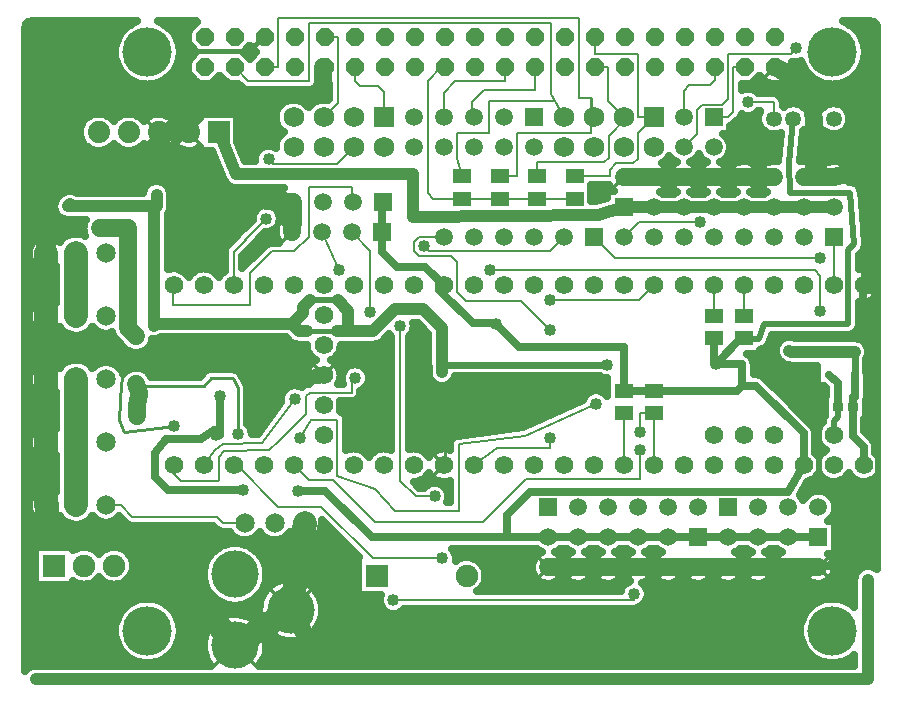
<source format=gbl>
G04 DipTrace Beta 3.0.9.0*
G04 TeensyArbotixProRPIT3.6V0.3.gbl*
%MOIN*%
G04 #@! TF.FileFunction,Copper,L2,Bot*
G04 #@! TF.Part,Single*
%AMOUTLINE2*5,1,8,0,0,0.065199,-22.499571*%
G04 #@! TA.AperFunction,CopperBalancing*
%ADD13C,0.025*%
G04 #@! TA.AperFunction,Conductor*
%ADD14C,0.02*%
G04 #@! TA.AperFunction,ViaPad*
%ADD15C,0.04*%
G04 #@! TA.AperFunction,Conductor*
%ADD16C,0.023622*%
%ADD17C,0.018*%
%ADD18C,0.019*%
%ADD19C,0.008005*%
%ADD20C,0.08*%
%ADD21C,0.06*%
%ADD22C,0.059055*%
%ADD23C,0.01*%
%ADD25C,0.05*%
%ADD26C,0.03*%
G04 #@! TA.AperFunction,CopperBalancing*
%ADD28C,0.013005*%
%ADD34R,0.059055X0.051181*%
G04 #@! TA.AperFunction,ComponentPad*
%ADD35R,0.059055X0.059055*%
%ADD36C,0.059055*%
%ADD37R,0.074X0.074*%
%ADD38C,0.074*%
%ADD39R,0.068898X0.068898*%
%ADD40C,0.068898*%
%ADD41C,0.15748*%
%ADD44C,0.065199*%
%ADD46C,0.05315*%
%ADD47R,0.074803X0.074803*%
%ADD48C,0.074803*%
%ADD52C,0.06194*%
%ADD54R,0.035433X0.027559*%
%ADD56R,0.023622X0.023622*%
G04 #@! TA.AperFunction,ViaPad*
%ADD58C,0.165*%
G04 #@! TA.AperFunction,ComponentPad*
%ADD121OUTLINE2*%
%FSLAX26Y26*%
G04*
G70*
G90*
G75*
G01*
G04 Bottom*
%LPD*%
X2168561Y944016D2*
D13*
X2268561D1*
X2368561D1*
X2468561D1*
X2568561D1*
X2668561D1*
X2768561D1*
X2868561D1*
X2968561D1*
X3068561D1*
X1074016Y1414016D2*
Y1284475D1*
X1059107D1*
X2168561Y944016D2*
X2028694D1*
X1579781D1*
X1424167Y1099630D1*
X1334485D1*
X2419016Y1431418D2*
Y1576839D1*
X2071193D1*
X1994016Y1654016D1*
X3019016Y1184016D2*
Y1290672D1*
X2860271Y1449418D1*
X2814016D1*
X2796016Y1431418D1*
X2519016D1*
X2814016Y1449418D2*
Y1522041D1*
X2726202D1*
X1059107Y1284475D2*
X1055143Y1301135D1*
X1011545Y1270759D1*
X894002D1*
X858016Y1224016D1*
Y1144016D1*
X901802Y1100230D1*
X1151777D1*
X2519016Y1431418D2*
X2419016D1*
X1819016Y1784016D2*
X1804499Y1769500D1*
X1916196Y1657803D1*
X1994016D1*
Y1654016D1*
X1614036Y1959914D2*
Y1896016D1*
X1664036Y1846016D1*
X1757016D1*
X1819016Y1784016D1*
X1617578Y2061883D2*
X1614036Y2058341D1*
Y1959914D1*
X2726202Y1522041D2*
X2719016D1*
Y1606614D1*
X2726202Y1522041D2*
X2810776Y1606614D1*
X2819016D1*
X2028694Y944016D2*
Y1017302D1*
X2106893Y1095500D1*
X2967696D1*
X3019016Y1184016D1*
X2984667Y2339007D2*
D14*
X2969032Y2191275D1*
X2972895Y2091781D1*
X3174596D1*
X3187225Y1920436D1*
X3167990Y1901201D1*
Y1653601D1*
X2888042D1*
X2871471Y1604943D1*
X2819016Y1606614D1*
X3219016Y1184016D2*
D13*
Y1246016D1*
X3183671Y1281361D1*
Y1377272D1*
X2364696Y1519429D2*
D16*
X1814016D1*
Y1494016D1*
X3189171Y1486538D2*
D13*
X3191184Y1488551D1*
Y1411051D1*
X3183671D1*
Y1377272D1*
X2971452Y1566075D2*
D15*
X2975906Y1561621D1*
X3189171D1*
D16*
Y1486538D1*
X574016Y2054016D2*
D15*
X566562Y2046562D1*
X862051D1*
X854000Y2038511D1*
Y1649197D1*
X862051Y2046562D2*
Y2086038D1*
X460649Y470609D2*
X3233397D1*
Y802555D1*
X854000Y1649197D2*
Y1655725D1*
X1312761D1*
X1337388Y1631099D1*
X1363777D1*
D17*
X1463239D1*
D15*
X1500822D1*
X1583093D1*
X1656201Y1704206D1*
X1750861D1*
X1814016Y1641051D1*
Y1494016D1*
X1500822Y1631099D2*
Y1699492D1*
X1465464Y1734851D1*
D18*
X1374313D1*
D15*
X1349755Y1710293D1*
Y1692719D1*
X1312761Y1655725D1*
X2326777Y1388478D2*
D19*
X2091746Y1281567D1*
X1869988Y1253323D1*
Y1031125D1*
X1658162D1*
X1590862Y1106147D1*
X1465089Y1146969D1*
Y1335981D1*
X1377490D1*
X1341311Y1273318D1*
X1814016Y874016D2*
X1582016D1*
X1410016Y1046016D1*
X1266839D1*
X1128839Y1184016D1*
X1119016D1*
X2174016Y1274016D2*
Y1239960D1*
X1997024D1*
X1919016Y1184016D1*
X2174016Y1634016D2*
X2077412Y1730620D1*
X1894273D1*
X1864016Y1760877D1*
Y1862016D1*
X1845019Y1881013D1*
X1738016D1*
X1720016Y1899013D1*
Y1928016D1*
X1738024Y1946024D1*
X1817008D1*
X1819016Y1944016D1*
X1235420Y2203255D2*
X1250659Y2188016D1*
X1463016D1*
X1519016Y2244016D1*
X1227494Y2006042D2*
X1157467Y1936016D1*
X1159785D1*
X1119016Y1895247D1*
Y1784016D1*
X3119016Y1944016D2*
Y1784016D1*
X2419016Y1184016D2*
Y1356614D1*
X2519016Y1184016D2*
Y1356614D1*
X2474016D1*
Y1294016D1*
X1974016Y1834016D2*
X3056016D1*
X3073587Y1816445D1*
Y1698236D1*
X2819016Y1784016D2*
Y1681418D1*
X1517578Y2061883D2*
X1514642Y2058948D1*
Y2111667D1*
X1370154D1*
Y1945765D1*
X1321281Y1896893D1*
X1245481D1*
X1172465Y1823877D1*
Y1718385D1*
X917513D1*
Y1782513D1*
X919016Y1784016D1*
X1514036Y1959914D2*
X1574836Y1899113D1*
Y1696021D1*
X1524506Y1474886D2*
X1512439Y1455357D1*
Y1426180D1*
X1372024D1*
X1361082Y1415238D1*
Y1354149D1*
X1271726Y1264793D1*
X1235852Y1235282D1*
X1087555Y1233110D1*
X1070221Y1211908D1*
Y1136231D1*
X1066572Y1132583D1*
X942568D1*
X919016Y1156135D1*
Y1184016D1*
X1019016D2*
X1055431Y1234425D1*
X1085179Y1255319D1*
X1215282Y1257780D1*
X1322453Y1405264D1*
X1469120Y1835448D2*
X1414036Y1959914D1*
X2719016Y1784016D2*
Y1681418D1*
X2519016Y1784016D2*
X2469016Y1734016D1*
X2174016D1*
X2419016Y1944016D2*
X2469016Y1994016D1*
X2674016D1*
X2319016Y1944016D2*
X2389016Y1874016D1*
X3074016D1*
X2994016Y2574016D2*
X2976016Y2556016D1*
X2766016D1*
Y2404016D1*
X2748016Y2386016D1*
X2680016D1*
X2662016Y2368016D1*
Y2287016D1*
X2619016Y2244016D1*
X2219016Y1944016D2*
X2173016Y1898016D1*
X1770016D1*
X1754016Y1914016D1*
X694016Y1051023D2*
X742015D1*
X780729Y1012309D1*
X1062016D1*
X1082464Y991861D1*
X1155788D1*
X494016Y1891023D2*
D20*
Y1681023D1*
Y1555212D1*
Y1471023D1*
Y1261023D1*
Y1051023D1*
X497176Y1054183D1*
Y945612D1*
X823776D1*
X1124016Y584170D1*
X1309055Y702280D1*
X1355788Y991861D1*
X1309055Y702280D2*
D21*
X1367509Y601754D1*
X1736401D1*
X2259582D1*
Y624852D1*
X2936819D1*
X2963349Y784717D1*
D22*
X2968561Y844016D1*
X2168561D2*
X2268561D1*
X2368561D1*
X2468561D1*
X2568561D1*
X2668561D1*
X2768561D1*
X2868561D1*
X2968561D1*
X2419016Y2144016D2*
X2519016D1*
X2619016D1*
X2719016D1*
X2819016D1*
X2919016D1*
X3019016D2*
X3054667D1*
X3119016D1*
X3175033Y2158754D1*
D21*
X3241534Y2135512D1*
Y1984516D1*
Y1784016D1*
X3219016D1*
X3054667Y2339007D2*
Y2144016D1*
X2923544Y2510945D2*
X3030547Y2453242D1*
X3054667Y2339007D1*
X494016Y1891023D2*
X508176Y2114416D1*
X865826Y2197240D1*
X869016Y2213807D1*
Y2294016D1*
X969016D1*
X1423544Y2510945D2*
X1415549D1*
Y2419777D1*
X969016D1*
Y2294016D1*
Y2419777D2*
D17*
X955433Y2564660D1*
X1159376D1*
X1223544Y2610945D1*
X1317578Y2061883D2*
D22*
X1315511Y2002391D1*
X1314036Y1959914D1*
X869016Y2213807D2*
D21*
X1033331Y2162529D1*
X1117272Y2072213D1*
X1258129Y2064949D1*
D22*
X1317578Y2061883D1*
X2968561Y844016D2*
D21*
X3068561D1*
X3219016Y1784016D2*
D13*
X3211957Y1617691D1*
X2924566D1*
Y1508170D1*
X3031903Y1486481D1*
X3069969Y1344419D1*
D14*
Y1142491D1*
D13*
X3161722Y1050738D1*
Y858271D1*
X3068561Y844016D1*
X494016Y1555212D2*
D25*
X761727Y1545988D1*
X965542Y1513146D1*
X1067297Y1521351D1*
X1143137Y1527532D1*
X1255328Y1536330D1*
X1298437Y1469370D1*
X1419016Y1484016D1*
X1067297Y1528301D2*
D26*
Y1521351D1*
X1143137Y1522352D2*
D23*
Y1527532D1*
X2007654Y1311628D2*
X1827635Y1301969D1*
X1819016Y1184016D1*
X761727Y1545988D2*
X742973Y1454025D1*
X735961Y1334807D1*
X752668Y1294814D1*
X865697Y1306756D1*
X919462Y1316107D1*
X3068561Y844016D2*
D14*
X3268509D1*
Y1984516D1*
X3241534D1*
X1674016Y1647255D2*
D19*
Y1132016D1*
X1725760Y1080272D1*
X1789302D1*
X2474016Y1234016D2*
Y1137202D1*
X2093660D1*
X1951882Y995424D1*
X1589053D1*
X1450461Y1134016D1*
X1369016D1*
X1319016Y1184016D1*
X2834016Y2394016D2*
X2919667D1*
Y2339007D1*
X1651370Y733991D2*
X2454016D1*
Y754016D1*
X2723544Y2510945D2*
Y2468016D1*
X2705544Y2450016D1*
X2638016D1*
X2619016Y2431016D1*
Y2344016D1*
X2823544Y2510945D2*
X2784016D1*
Y2362016D1*
X2766016Y2344016D1*
X2719016D1*
X1423544Y2610945D2*
X1468016D1*
Y2393016D1*
X1419016Y2344016D1*
X1523544Y2510945D2*
Y2466016D1*
X1541544Y2448016D1*
X1600016D1*
X1619016Y2429016D1*
Y2344016D1*
X2256789Y2072171D2*
X2176016D1*
X2131789D1*
X1881789D2*
X1784016D1*
X1766016Y2090171D1*
Y2466355D1*
X1810607Y2510945D1*
X1823544D1*
X2006789Y2072171D2*
X1881789D1*
X2131789D2*
X2006789D1*
X1819016Y2344016D2*
Y2426016D1*
X1858466Y2465466D1*
X2023544D1*
Y2510945D1*
X1919016Y2344016D2*
X1912324D1*
Y2394229D1*
X1952719Y2434624D1*
X2123544D1*
Y2510945D1*
X2323544D2*
X2366016D1*
Y2397016D1*
X2419016Y2344016D1*
X2430302D1*
X2368925Y2282639D1*
Y2208789D1*
X2354868Y2194731D1*
X2131789D1*
Y2146974D1*
X2323544Y2610945D2*
Y2554016D1*
X2466016D1*
Y2344016D1*
X2519016D1*
X2466016Y2291016D1*
Y2206016D1*
X2449902Y2189902D1*
X2393507D1*
X2372255Y2168650D1*
Y2149331D1*
X2256789D1*
Y2146974D1*
X1123544Y2510945D2*
X1166914Y2464481D1*
X1371391D1*
Y2657788D1*
X2176344D1*
Y2421893D1*
X2219016Y2344016D1*
X1881789Y2146974D2*
X1865100Y2209260D1*
Y2290609D1*
X1970315D1*
Y2398793D1*
X2190393D1*
X2219016Y2344016D1*
X2006789Y2146974D2*
X2062016D1*
Y2293047D1*
X2310961D1*
Y2409805D1*
X2270248D1*
Y2674788D1*
X1268016D1*
Y2510945D1*
X1223544D1*
X2310961Y2409805D2*
X2313356Y2407410D1*
Y2344016D1*
X2319016D1*
X594016Y1051023D2*
D20*
Y1261023D1*
Y1471023D1*
Y1681023D2*
Y1891023D1*
X794016Y1614016D2*
D21*
X768016Y1640016D1*
Y1974016D1*
X674016D1*
X795655Y1348386D2*
D23*
Y1448957D1*
X1018957D1*
X1044016Y1474016D1*
X1115877D1*
X1134016Y1442151D1*
X1134055Y1288534D1*
X794016Y1454016D2*
D21*
X802985Y1429047D1*
Y1418263D1*
X795655Y1386016D1*
Y1348386D1*
X2419016Y2044016D2*
D15*
X2519016D1*
X2619016D1*
X2719016D1*
X2819016D1*
X2919016D1*
X3019016D1*
X3119016D1*
X2419016D2*
X2332205Y2019820D1*
X1717714Y2012042D1*
Y2153746D1*
X1127578D1*
X1069016Y2294016D1*
X3119016Y1284016D2*
D14*
Y1330016D1*
X3132490Y1343490D1*
Y1377272D1*
X3102557Y1486538D2*
D13*
X3132490Y1456605D1*
Y1377272D1*
D15*
X862051Y2086038D3*
X460649Y470609D3*
X3233397Y802555D3*
X2326777Y1388478D3*
X1341311Y1273318D3*
X1574836Y1696021D3*
X1524506Y1474886D3*
X1322453Y1405264D3*
X1469120Y1835448D3*
X1736401Y601754D3*
X2259582D3*
X1067297Y1528301D3*
X1143137Y1522352D3*
X2007654Y1311628D3*
X919462Y1316107D3*
D58*
X3115276Y631811D3*
X831811D3*
Y2560945D3*
X3115276D3*
D15*
X1151777Y1100230D3*
X1334485Y1099630D3*
X1074016Y1414016D3*
X1994016Y1654016D3*
X1059107Y1284475D3*
X2726202Y1522041D3*
X574016Y2054016D3*
X1814016Y1494016D3*
X2364696Y1519429D3*
X2971452Y1566075D3*
X854000Y1649197D3*
X1814016Y874016D3*
X2174016Y1274016D3*
Y1634016D3*
X1235420Y2203255D3*
X1227494Y2006042D3*
X2474016Y1294016D3*
X3073587Y1698236D3*
X1974016Y1834016D3*
X2174016Y1734016D3*
X2674016Y1994016D3*
X3074016Y1874016D3*
X2994016Y2574016D3*
X1754016Y1914016D3*
X1789302Y1080272D3*
X1674016Y1647255D3*
X2474016Y1234016D3*
X2834016Y2394016D3*
X2454016Y754016D3*
X1651370Y733991D3*
X795655Y1348386D3*
X1134055Y1288534D3*
X674016Y1974016D3*
X794016Y1614016D3*
Y1454016D3*
X427046Y2638642D2*
D13*
X754321D1*
X909321D2*
X970483D1*
X3192768D2*
X3261011D1*
X427046Y2613773D2*
X735132D1*
X928511D2*
X965454D1*
X3211958D2*
X3261011D1*
X427046Y2588904D2*
X724975D1*
X938618D2*
X967309D1*
X3222065D2*
X3261011D1*
X427046Y2564036D2*
X721362D1*
X942280D2*
X989331D1*
X1157759D2*
X1189331D1*
X3225727D2*
X3261011D1*
X427046Y2539167D2*
X723559D1*
X940083D2*
X970874D1*
X3223530D2*
X3261011D1*
X427046Y2514298D2*
X731909D1*
X931733D2*
X965454D1*
X2981636D2*
X3015356D1*
X3215180D2*
X3261011D1*
X427046Y2489429D2*
X748413D1*
X915229D2*
X967114D1*
X2979975D2*
X3031860D1*
X3198677D2*
X3261011D1*
X427046Y2464561D2*
X780591D1*
X883003D2*
X988794D1*
X1058296D2*
X1088794D1*
X2858296D2*
X2888794D1*
X2958296D2*
X3064087D1*
X3166499D2*
X3261011D1*
X427046Y2439692D2*
X1148462D1*
X1389839D2*
X1436011D1*
X2816011D2*
X3261011D1*
X427046Y2414823D2*
X1436011D1*
X2943061D2*
X3261011D1*
X427046Y2389954D2*
X1278003D1*
X1360005D2*
X1378003D1*
X2951655D2*
X2971411D1*
X2997895D2*
X3041430D1*
X3067915D2*
X3106421D1*
X3132905D2*
X3261011D1*
X427046Y2365086D2*
X1260376D1*
X3167231D2*
X3261011D1*
X427046Y2340217D2*
X624438D1*
X1134028D2*
X1256714D1*
X2806391D2*
X2865112D1*
X3174214D2*
X3261011D1*
X427046Y2315348D2*
X607788D1*
X1134028D2*
X1263891D1*
X2776557D2*
X2870776D1*
X3168550D2*
X3261011D1*
X427046Y2290479D2*
X604126D1*
X1134028D2*
X1278637D1*
X2776557D2*
X2898315D1*
X3017719D2*
X3033286D1*
X3076020D2*
X3098315D1*
X3141059D2*
X3261011D1*
X427046Y2265610D2*
X610864D1*
X1134028D2*
X1260620D1*
X2772114D2*
X2938696D1*
X3015083D2*
X3261011D1*
X427046Y2240742D2*
X633862D1*
X704194D2*
X733862D1*
X804194D2*
X833862D1*
X904194D2*
X933862D1*
X1143061D2*
X1207153D1*
X2776460D2*
X2936108D1*
X3012446D2*
X3261011D1*
X427046Y2215873D2*
X1049878D1*
X1153413D2*
X1189233D1*
X2768794D2*
X2933471D1*
X3009809D2*
X3261011D1*
X427046Y2191004D2*
X1060229D1*
X2550141D2*
X2587866D1*
X2650141D2*
X2687866D1*
X2750141D2*
X2787866D1*
X2850141D2*
X2887866D1*
X3050141D2*
X3087866D1*
X3150141D2*
X3261011D1*
X427046Y2166135D2*
X1070630D1*
X3171919D2*
X3261011D1*
X427046Y2141267D2*
X1080981D1*
X3176460D2*
X3261011D1*
X427046Y2116398D2*
X825659D1*
X898432D2*
X1099145D1*
X2314302D2*
X2368921D1*
X3202632D2*
X3261011D1*
X427046Y2091529D2*
X545776D1*
X909712D2*
X1268725D1*
X2314302D2*
X2361499D1*
X2549262D2*
X2588745D1*
X2649262D2*
X2688745D1*
X2749262D2*
X2788745D1*
X2849262D2*
X2888745D1*
X3212690D2*
X3261011D1*
X427046Y2066660D2*
X523266D1*
X910053D2*
X1260278D1*
X2314302D2*
X2328344D1*
X3214546D2*
X3261011D1*
X427046Y2041792D2*
X518823D1*
X909761D2*
X1196850D1*
X3216352D2*
X3261011D1*
X427046Y2016923D2*
X529565D1*
X901997D2*
X1180835D1*
X3218208D2*
X3261011D1*
X427046Y1992054D2*
X619067D1*
X901997D2*
X1169311D1*
X3220014D2*
X3261011D1*
X427046Y1967185D2*
X616479D1*
X901997D2*
X1144458D1*
X3221870D2*
X3261011D1*
X427046Y1942317D2*
X464233D1*
X523774D2*
X550805D1*
X901997D2*
X1121899D1*
X1207954D2*
X1259399D1*
X3223677D2*
X3261011D1*
X427046Y1917448D2*
X439753D1*
X901997D2*
X1096997D1*
X1185200D2*
X1221850D1*
X3225093D2*
X3261011D1*
X901997Y1892579D2*
X1087036D1*
X1160542D2*
X1196948D1*
X3212055D2*
X3261011D1*
X901997Y1867710D2*
X1087036D1*
X1151020D2*
X1172094D1*
X3205952D2*
X3261011D1*
X427046Y1842841D2*
X459057D1*
X901997D2*
X1087036D1*
X3205952D2*
X3261011D1*
X427046Y1817973D2*
X526050D1*
X427046Y1793104D2*
X526050D1*
X427046Y1768235D2*
X526050D1*
X427046Y1743366D2*
X526050D1*
X427046Y1718498D2*
X447143D1*
X3205952D2*
X3261011D1*
X3205952Y1693629D2*
X3261011D1*
X3205952Y1668760D2*
X3261011D1*
X427046Y1643891D2*
X446875D1*
X1721870D2*
X1744360D1*
X3204634D2*
X3261011D1*
X427046Y1619023D2*
X570434D1*
X617573D2*
X714136D1*
X1712202D2*
X1766040D1*
X3178462D2*
X3261011D1*
X427046Y1594154D2*
X732934D1*
X848335D2*
X1308374D1*
X1612104D2*
X1642016D1*
X1706001D2*
X1766040D1*
X2907759D2*
X2933178D1*
X3223432D2*
X3261011D1*
X427046Y1569285D2*
X758716D1*
X829341D2*
X1361987D1*
X1476020D2*
X1642016D1*
X1706001D2*
X1766040D1*
X2876557D2*
X2923559D1*
X3236518D2*
X3261011D1*
X427046Y1544416D2*
X1376245D1*
X1461762D2*
X1642016D1*
X1706001D2*
X1766040D1*
X2847212D2*
X2928930D1*
X3233784D2*
X3261011D1*
X427046Y1519547D2*
X459594D1*
X528462D2*
X547534D1*
X640473D2*
X659594D1*
X728462D2*
X1372632D1*
X1465376D2*
X1513354D1*
X1535676D2*
X1642016D1*
X1706001D2*
X1766040D1*
X2854487D2*
X2956128D1*
X3228999D2*
X3261011D1*
X834272Y1494679D2*
X1019067D1*
X1140766D2*
X1361059D1*
X1567964D2*
X1642016D1*
X1706001D2*
X1766040D1*
X2854487D2*
X3062768D1*
X3231147D2*
X3261011D1*
X1155854Y1469810D2*
X1361889D1*
X1572212D2*
X1642016D1*
X1706001D2*
X1772973D1*
X1855024D2*
X2361499D1*
X2896089D2*
X3062768D1*
X3231684D2*
X3261011D1*
X427046Y1444941D2*
X439558D1*
X1166889D2*
X1297680D1*
X1561274D2*
X1642016D1*
X1706001D2*
X2361499D1*
X2920942D2*
X3087964D1*
X3231684D2*
X3261011D1*
X427046Y1420072D2*
X463598D1*
X1166987D2*
X1276928D1*
X1543794D2*
X1642016D1*
X1706001D2*
X2291528D1*
X2945844D2*
X3092016D1*
X3231684D2*
X3261011D1*
X427046Y1395204D2*
X526050D1*
X1166987D2*
X1275561D1*
X1476850D2*
X1642016D1*
X1706001D2*
X2267846D1*
X2970698D2*
X3086792D1*
X3229389D2*
X3261011D1*
X427046Y1370335D2*
X526050D1*
X1167036D2*
X1258130D1*
X1476313D2*
X1642016D1*
X1706001D2*
X2213159D1*
X2995552D2*
X3086792D1*
X3229389D2*
X3261011D1*
X427046Y1345466D2*
X526050D1*
X1167036D2*
X1240063D1*
X1495503D2*
X1642016D1*
X1706001D2*
X2158520D1*
X3020454D2*
X3084594D1*
X3229389D2*
X3261011D1*
X427046Y1320597D2*
X526050D1*
X1168843D2*
X1221997D1*
X1497065D2*
X1642016D1*
X1706001D2*
X2103833D1*
X3045307D2*
X3073511D1*
X3224165D2*
X3261011D1*
X427046Y1295729D2*
X444924D1*
X1181489D2*
X1203930D1*
X1497065D2*
X1642016D1*
X1706001D2*
X1967065D1*
X3225532D2*
X3261011D1*
X1497065Y1270860D2*
X1642016D1*
X1706001D2*
X1843774D1*
X1497065Y1245991D2*
X1642016D1*
X1706001D2*
X1838012D1*
X3059516D2*
X3074780D1*
X427046Y1221122D2*
X449292D1*
X427046Y1196254D2*
X526050D1*
X427046Y1171385D2*
X526050D1*
X427046Y1146516D2*
X526050D1*
X427046Y1121647D2*
X526050D1*
X1728559D2*
X1767895D1*
X1810737D2*
X1838012D1*
X3029243D2*
X3261011D1*
X427046Y1096778D2*
X455737D1*
X3014839D2*
X3050464D1*
X3086665D2*
X3261011D1*
X3118501Y1071910D2*
X3261011D1*
X3126020Y1047041D2*
X3261011D1*
X427046Y1022172D2*
X441119D1*
X3121577D2*
X3261011D1*
X427046Y997303D2*
X469409D1*
X518647D2*
X554077D1*
X633979D2*
X669409D1*
X718647D2*
X751538D1*
X3126069D2*
X3261011D1*
X427046Y972435D2*
X1057690D1*
X1413032D2*
X1439380D1*
X3126069D2*
X3261011D1*
X427046Y947566D2*
X1115698D1*
X1195893D2*
X1215698D1*
X1295893D2*
X1315698D1*
X1395893D2*
X1464282D1*
X3126069D2*
X3261011D1*
X427046Y922697D2*
X1101587D1*
X1146479D2*
X1489136D1*
X3126069D2*
X3261011D1*
X427046Y897828D2*
X455151D1*
X662983D2*
X678149D1*
X762983D2*
X1051733D1*
X1196284D2*
X1513989D1*
X1855268D2*
X2136157D1*
X2200971D2*
X2236157D1*
X2300971D2*
X2336157D1*
X2400971D2*
X2436157D1*
X2500971D2*
X2536157D1*
X2800971D2*
X2836157D1*
X2900971D2*
X2936157D1*
X3126069D2*
X3261011D1*
X427046Y872960D2*
X455151D1*
X781294D2*
X1031518D1*
X1216548D2*
X1530932D1*
X1921919D2*
X2119262D1*
X3117866D2*
X3261011D1*
X427046Y848091D2*
X455151D1*
X785932D2*
X1021020D1*
X1226997D2*
X1530932D1*
X1951362D2*
X2111206D1*
X3125923D2*
X3261011D1*
X427046Y823222D2*
X455151D1*
X780317D2*
X1017309D1*
X1230708D2*
X1530932D1*
X1960346D2*
X2115112D1*
X3122016D2*
X3190356D1*
X427046Y798353D2*
X455151D1*
X660053D2*
X681079D1*
X760053D2*
X1019653D1*
X1228413D2*
X1266137D1*
X1351997D2*
X1530932D1*
X1958735D2*
X2135376D1*
X2201753D2*
X2235376D1*
X2301753D2*
X2335376D1*
X2401753D2*
X2435376D1*
X2501753D2*
X2535376D1*
X2601753D2*
X2635376D1*
X2701753D2*
X2735376D1*
X2801753D2*
X2835376D1*
X2901753D2*
X2935376D1*
X3001753D2*
X3035376D1*
X3101753D2*
X3185425D1*
X427046Y773485D2*
X1028442D1*
X1387690D2*
X1530932D1*
X1945454D2*
X2410376D1*
X2497651D2*
X3185425D1*
X427046Y748616D2*
X1045923D1*
X1404927D2*
X1605786D1*
X2501704D2*
X3185425D1*
X427046Y723747D2*
X772632D1*
X890962D2*
X1082446D1*
X1165571D2*
X1204565D1*
X1413569D2*
X1604565D1*
X2490473D2*
X3056128D1*
X427046Y698878D2*
X744653D1*
X918940D2*
X1202368D1*
X1415718D2*
X1619946D1*
X1682807D2*
X3028149D1*
X427046Y674009D2*
X729907D1*
X933735D2*
X1068677D1*
X1179389D2*
X1206225D1*
X1411860D2*
X3013354D1*
X427046Y649141D2*
X722729D1*
X940913D2*
X1040014D1*
X1401216D2*
X3006177D1*
X427046Y624272D2*
X721557D1*
X942036D2*
X1025317D1*
X1222749D2*
X1237427D1*
X1380708D2*
X3005053D1*
X427046Y599403D2*
X726294D1*
X937348D2*
X1018384D1*
X1229634D2*
X1289770D1*
X1328315D2*
X3009741D1*
X427046Y574534D2*
X737768D1*
X925874D2*
X1017749D1*
X1230317D2*
X3021216D1*
X427046Y549666D2*
X759204D1*
X904438D2*
X1023169D1*
X1224897D2*
X3042651D1*
X427046Y524797D2*
X814770D1*
X848823D2*
X1035864D1*
X1212202D2*
X3098266D1*
X3132270D2*
X3185425D1*
X2545650Y894037D2*
X2539812Y897102D1*
X2532826Y902177D1*
X2528795Y906039D1*
X2508356Y906021D1*
X2500902Y899502D1*
X2493540Y894991D1*
X2491471Y894037D1*
X2497704Y890686D1*
X2503775Y886293D1*
X2509194Y881116D1*
X2513858Y875250D1*
X2517682Y868805D1*
X2518552Y866981D1*
X2522663Y874361D1*
X2527212Y880317D1*
X2532528Y885599D1*
X2538513Y890109D1*
X2545599Y894007D1*
X2445650Y894037D2*
X2439812Y897102D1*
X2432826Y902177D1*
X2428795Y906039D1*
X2408356Y906021D1*
X2400902Y899502D1*
X2393540Y894991D1*
X2391471Y894037D1*
X2397704Y890686D1*
X2403775Y886293D1*
X2409194Y881116D1*
X2413858Y875250D1*
X2417682Y868805D1*
X2418552Y866981D1*
X2422663Y874361D1*
X2427212Y880317D1*
X2432528Y885599D1*
X2438513Y890109D1*
X2445599Y894007D1*
X2439675Y797198D2*
X2433072Y801968D1*
X2427687Y807181D1*
X2423061Y813077D1*
X2418570Y821059D1*
X2414260Y813373D1*
X2409673Y807447D1*
X2404322Y802200D1*
X2398308Y797728D1*
X2391742Y794115D1*
X2384746Y791428D1*
X2377450Y789717D1*
X2369989Y789012D1*
X2362502Y789328D1*
X2355127Y790659D1*
X2348001Y792979D1*
X2341256Y796247D1*
X2335018Y800400D1*
X2329403Y805362D1*
X2324513Y811042D1*
X2320441Y817333D1*
X2318570Y821059D1*
X2314260Y813373D1*
X2309673Y807447D1*
X2304322Y802200D1*
X2298308Y797728D1*
X2291742Y794115D1*
X2284746Y791428D1*
X2277450Y789717D1*
X2269989Y789012D1*
X2262502Y789328D1*
X2255127Y790659D1*
X2248001Y792979D1*
X2241256Y796247D1*
X2235018Y800400D1*
X2229403Y805362D1*
X2224513Y811042D1*
X2220441Y817333D1*
X2218570Y821059D1*
X2214260Y813373D1*
X2209673Y807447D1*
X2204322Y802200D1*
X2198308Y797728D1*
X2191742Y794115D1*
X2184746Y791428D1*
X2177450Y789717D1*
X2169989Y789012D1*
X2162502Y789328D1*
X2155127Y790659D1*
X2148001Y792979D1*
X2141256Y796247D1*
X2135018Y800400D1*
X2129403Y805362D1*
X2124513Y811042D1*
X2120441Y817333D1*
X2117262Y824120D1*
X2115034Y831275D1*
X2113799Y838667D1*
X2113580Y846158D1*
X2114381Y853609D1*
X2116187Y860882D1*
X2118965Y867843D1*
X2122663Y874361D1*
X2127212Y880317D1*
X2132528Y885599D1*
X2138513Y890109D1*
X2145599Y894007D1*
X2139812Y897102D1*
X2132826Y902177D1*
X2128795Y906039D1*
X1846321Y906021D1*
X1850822Y900757D1*
X1854552Y894670D1*
X1857284Y888075D1*
X1858951Y881133D1*
X1859511Y874016D1*
X1858730Y865790D1*
X1866975Y870818D1*
X1876093Y874595D1*
X1885690Y876899D1*
X1895529Y877673D1*
X1905368Y876899D1*
X1914965Y874595D1*
X1924083Y870818D1*
X1932499Y865661D1*
X1940004Y859252D1*
X1946413Y851747D1*
X1951570Y843331D1*
X1955347Y834213D1*
X1957651Y824616D1*
X1958425Y814777D1*
X1957651Y804938D1*
X1955347Y795341D1*
X1951570Y786223D1*
X1946413Y777808D1*
X1940004Y770303D1*
X1931873Y763475D1*
X2409525Y763489D1*
X2411984Y771426D1*
X2415225Y777787D1*
X2419422Y783562D1*
X2424470Y788610D1*
X2430245Y792807D1*
X2436606Y796048D1*
X2439682Y797183D1*
X2345650Y894037D2*
X2339812Y897102D1*
X2332826Y902177D1*
X2328795Y906039D1*
X2308356Y906021D1*
X2300902Y899502D1*
X2293540Y894991D1*
X2291471Y894037D1*
X2297704Y890686D1*
X2303775Y886293D1*
X2309194Y881116D1*
X2313858Y875250D1*
X2317682Y868805D1*
X2318552Y866981D1*
X2322663Y874361D1*
X2327212Y880317D1*
X2332528Y885599D1*
X2338513Y890109D1*
X2345599Y894007D1*
X2245650Y894037D2*
X2239812Y897102D1*
X2232826Y902177D1*
X2228795Y906039D1*
X2208356Y906021D1*
X2200902Y899502D1*
X2193540Y894991D1*
X2191471Y894037D1*
X2197704Y890686D1*
X2203775Y886293D1*
X2209194Y881116D1*
X2213858Y875250D1*
X2217682Y868805D1*
X2218552Y866981D1*
X2222663Y874361D1*
X2227212Y880317D1*
X2232528Y885599D1*
X2238513Y890109D1*
X2245599Y894007D1*
X2945650Y894037D2*
X2939812Y897102D1*
X2932826Y902177D1*
X2928795Y906039D1*
X2908356Y906021D1*
X2900902Y899502D1*
X2893540Y894991D1*
X2891471Y894037D1*
X2897704Y890686D1*
X2903775Y886293D1*
X2909194Y881116D1*
X2913858Y875250D1*
X2917682Y868805D1*
X2918552Y866981D1*
X2922663Y874361D1*
X2927212Y880317D1*
X2932528Y885599D1*
X2938513Y890109D1*
X2945599Y894007D1*
X2845650Y894037D2*
X2839812Y897102D1*
X2832826Y902177D1*
X2828795Y906039D1*
X2808356Y906021D1*
X2800902Y899502D1*
X2793540Y894991D1*
X2791471Y894037D1*
X2797704Y890686D1*
X2803775Y886293D1*
X2809194Y881116D1*
X2813858Y875250D1*
X2817682Y868805D1*
X2818552Y866981D1*
X2822663Y874361D1*
X2827212Y880317D1*
X2832528Y885599D1*
X2838513Y890109D1*
X2845599Y894007D1*
X2376494Y2099038D2*
X2387285D1*
X2379858Y2105362D1*
X2374969Y2111042D1*
X2370896Y2117333D1*
X2369597Y2119838D1*
X2311854Y2119834D1*
X2311811Y2065004D1*
X2325732Y2065237D1*
X2363969Y2075902D1*
X2363994Y2099038D1*
X2376494D1*
X2541927Y2093995D2*
X2547765Y2090930D1*
X2549912Y2089496D1*
X2588108Y2089511D1*
X2596105Y2093995D1*
X2589570Y2097536D1*
X2583527Y2101968D1*
X2578143Y2107181D1*
X2573516Y2113077D1*
X2569026Y2121059D1*
X2564716Y2113373D1*
X2560128Y2107447D1*
X2554777Y2102200D1*
X2548763Y2097728D1*
X2541974Y2094018D1*
X2547328Y2191180D2*
X2554231Y2186293D1*
X2559649Y2181116D1*
X2564314Y2175250D1*
X2568138Y2168805D1*
X2569007Y2166981D1*
X2573118Y2174361D1*
X2577667Y2180317D1*
X2582984Y2185599D1*
X2588968Y2190109D1*
X2596055Y2194007D1*
X2590267Y2197102D1*
X2583282Y2202177D1*
X2577177Y2208282D1*
X2571863Y2215694D1*
X2567511Y2208782D1*
X2561403Y2201629D1*
X2554250Y2195521D1*
X2547305Y2191208D1*
X2641927Y2093995D2*
X2647765Y2090930D1*
X2649912Y2089496D1*
X2688108Y2089511D1*
X2696105Y2093995D1*
X2689570Y2097536D1*
X2683527Y2101968D1*
X2678143Y2107181D1*
X2673516Y2113077D1*
X2669026Y2121059D1*
X2664716Y2113373D1*
X2660128Y2107447D1*
X2654777Y2102200D1*
X2648763Y2097728D1*
X2641974Y2094018D1*
X2641979Y2194008D2*
X2648159Y2190686D1*
X2654231Y2186293D1*
X2659649Y2181116D1*
X2664314Y2175250D1*
X2668138Y2168805D1*
X2669007Y2166981D1*
X2673118Y2174361D1*
X2677667Y2180317D1*
X2682984Y2185599D1*
X2688968Y2190109D1*
X2696055Y2194007D1*
X2690267Y2197102D1*
X2683282Y2202177D1*
X2677177Y2208282D1*
X2672102Y2215267D1*
X2669037Y2221105D1*
X2665930Y2215267D1*
X2660855Y2208282D1*
X2654750Y2202177D1*
X2647765Y2197102D1*
X2641927Y2194037D1*
X2741927Y2093995D2*
X2747765Y2090930D1*
X2749912Y2089496D1*
X2788108Y2089511D1*
X2796105Y2093995D1*
X2789570Y2097536D1*
X2783527Y2101968D1*
X2778143Y2107181D1*
X2773516Y2113077D1*
X2769026Y2121059D1*
X2764716Y2113373D1*
X2760128Y2107447D1*
X2754777Y2102200D1*
X2748763Y2097728D1*
X2741974Y2094018D1*
X2741979Y2194008D2*
X2748159Y2190686D1*
X2754231Y2186293D1*
X2759649Y2181116D1*
X2764314Y2175250D1*
X2768138Y2168805D1*
X2769007Y2166981D1*
X2773118Y2174361D1*
X2777667Y2180317D1*
X2782984Y2185599D1*
X2788968Y2190109D1*
X2795510Y2193765D1*
X2802489Y2196497D1*
X2809774Y2198256D1*
X2817230Y2199009D1*
X2824719Y2198742D1*
X2832103Y2197459D1*
X2839244Y2195185D1*
X2846009Y2191962D1*
X2852274Y2187849D1*
X2857922Y2182923D1*
X2862848Y2177276D1*
X2866961Y2171011D1*
X2869007Y2166981D1*
X2873118Y2174361D1*
X2877667Y2180317D1*
X2882984Y2185599D1*
X2888968Y2190109D1*
X2895510Y2193765D1*
X2902489Y2196497D1*
X2909774Y2198256D1*
X2917230Y2199009D1*
X2924719Y2198742D1*
X2933960Y2196959D1*
X2944110Y2293047D1*
X2935757Y2289486D1*
X2927812Y2287578D1*
X2919667Y2286937D1*
X2911521Y2287578D1*
X2903577Y2289486D1*
X2896028Y2292613D1*
X2889061Y2296882D1*
X2882848Y2302188D1*
X2877542Y2308401D1*
X2873273Y2315368D1*
X2870146Y2322916D1*
X2868238Y2330861D1*
X2867597Y2339007D1*
X2868238Y2347152D1*
X2870146Y2355097D1*
X2873273Y2362646D1*
X2874326Y2364527D1*
X2868610Y2364470D1*
X2863562Y2359422D1*
X2857787Y2355225D1*
X2851426Y2351984D1*
X2844637Y2349778D1*
X2837585Y2348661D1*
X2830447D1*
X2823395Y2349778D1*
X2816606Y2351984D1*
X2812400Y2354019D1*
X2810298Y2348624D1*
X2806446Y2342859D1*
X2785173Y2321586D1*
X2779408Y2317734D1*
X2774739Y2315852D1*
X2774038Y2311538D1*
Y2288994D1*
X2750747D1*
X2757923Y2282923D1*
X2763530Y2276357D1*
X2768041Y2268996D1*
X2771345Y2261019D1*
X2773361Y2252623D1*
X2774038Y2244016D1*
X2773361Y2235409D1*
X2771345Y2227013D1*
X2768041Y2219036D1*
X2763530Y2211675D1*
X2757923Y2205109D1*
X2751357Y2199502D1*
X2743996Y2194991D1*
X2741927Y2194037D1*
X2841927Y2093995D2*
X2847765Y2090930D1*
X2849912Y2089496D1*
X2888108Y2089511D1*
X2896105Y2093995D1*
X2889570Y2097536D1*
X2883527Y2101968D1*
X2878143Y2107181D1*
X2873516Y2113077D1*
X2869026Y2121059D1*
X2864716Y2113373D1*
X2860128Y2107447D1*
X2854777Y2102200D1*
X2848763Y2097728D1*
X2841974Y2094018D1*
X3005355Y2197306D2*
X3012247Y2198620D1*
X3019729Y2199034D1*
X3027199Y2198426D1*
X3034517Y2196810D1*
X3041547Y2194214D1*
X3048159Y2190686D1*
X3054231Y2186293D1*
X3059649Y2181116D1*
X3064314Y2175250D1*
X3068138Y2168805D1*
X3069007Y2166981D1*
X3073118Y2174361D1*
X3077667Y2180317D1*
X3082984Y2185599D1*
X3088968Y2190109D1*
X3095510Y2193765D1*
X3102489Y2196497D1*
X3109774Y2198256D1*
X3117230Y2199009D1*
X3124719Y2198742D1*
X3132103Y2197459D1*
X3139244Y2195185D1*
X3146009Y2191962D1*
X3152274Y2187849D1*
X3157922Y2182923D1*
X3162848Y2177276D1*
X3166961Y2171011D1*
X3170185Y2164245D1*
X3172459Y2157105D1*
X3173742Y2149721D1*
X3173982Y2141517D1*
X3173132Y2134071D1*
X3171418Y2127267D1*
X3180149Y2126839D1*
X3185565Y2125539D1*
X3190710Y2123407D1*
X3195459Y2120497D1*
X3199695Y2116880D1*
X3203312Y2112644D1*
X3206222Y2107895D1*
X3208354Y2102750D1*
X3209654Y2097334D1*
X3215508Y2019593D1*
X3222719Y1920260D1*
X3222254Y1914709D1*
X3220927Y1909300D1*
X3218770Y1904165D1*
X3215837Y1899430D1*
X3212323Y1895337D1*
X3203450Y1886464D1*
X3203485Y1838262D1*
X3210466Y1839829D1*
X3217933Y1840470D1*
X3225419Y1840116D1*
X3232793Y1838774D1*
X3239923Y1836467D1*
X3246685Y1833236D1*
X3252960Y1829138D1*
X3258637Y1824245D1*
X3263524Y1818758D1*
X3263511Y2642084D1*
X3262586Y2649042D1*
X3260650Y2653682D1*
X3257582Y2657658D1*
X3253590Y2660703D1*
X3248944Y2662612D1*
X3241930Y2663521D1*
X3149136Y2663509D1*
X3164304Y2657169D1*
X3171703Y2653026D1*
X3178754Y2648315D1*
X3185413Y2643065D1*
X3191640Y2637309D1*
X3197396Y2631082D1*
X3202645Y2624423D1*
X3207357Y2617372D1*
X3211500Y2609974D1*
X3215050Y2602273D1*
X3217985Y2594317D1*
X3220287Y2586156D1*
X3221941Y2577839D1*
X3222938Y2569418D1*
X3223271Y2560945D1*
X3222938Y2552472D1*
X3221941Y2544051D1*
X3220287Y2535734D1*
X3217985Y2527573D1*
X3215050Y2519617D1*
X3211500Y2511917D1*
X3207357Y2504518D1*
X3202645Y2497467D1*
X3197396Y2490808D1*
X3191640Y2484581D1*
X3185413Y2478825D1*
X3178754Y2473576D1*
X3171703Y2468864D1*
X3164304Y2464721D1*
X3156604Y2461171D1*
X3148648Y2458236D1*
X3140487Y2455934D1*
X3132170Y2454280D1*
X3123749Y2453283D1*
X3115276Y2452950D1*
X3106803Y2453283D1*
X3098382Y2454280D1*
X3090065Y2455934D1*
X3081904Y2458236D1*
X3073948Y2461171D1*
X3066247Y2464721D1*
X3058849Y2468864D1*
X3051798Y2473576D1*
X3045139Y2478825D1*
X3038912Y2484581D1*
X3033156Y2490808D1*
X3027906Y2497467D1*
X3023195Y2504518D1*
X3019052Y2511917D1*
X3015502Y2519617D1*
X3011335Y2531941D1*
X3004637Y2529778D1*
X2997585Y2528661D1*
X2990447D1*
X2987304Y2528764D1*
X2980630Y2526882D1*
X2980226Y2526834D1*
X2980630Y2526882D1*
X2979078Y2525421D1*
Y2496470D1*
X2977909Y2490592D1*
X2975400Y2485149D1*
X2971442Y2480214D1*
X2952576Y2461441D1*
X2947593Y2458111D1*
X2941970Y2456037D1*
X2935683Y2455345D1*
X2909068Y2455411D1*
X2903190Y2456580D1*
X2897747Y2459089D1*
X2892813Y2463046D1*
X2873773Y2482250D1*
X2871689Y2480442D1*
X2851004Y2460201D1*
X2845775Y2457273D1*
X2840007Y2455646D1*
X2836019Y2455332D1*
X2813549D1*
X2813513Y2434627D1*
X2819957Y2437284D1*
X2826899Y2438951D1*
X2834016Y2439511D1*
X2841133Y2438951D1*
X2848075Y2437284D1*
X2854670Y2434552D1*
X2860757Y2430822D1*
X2866186Y2426186D1*
X2868654Y2423508D1*
X2921981Y2423423D1*
X2928782Y2422070D1*
X2935079Y2419167D1*
X2940525Y2414874D1*
X2944818Y2409428D1*
X2947721Y2403131D1*
X2949073Y2396330D1*
X2949164Y2381955D1*
X2952141Y2379659D1*
X2957461Y2383403D1*
X2964741Y2387113D1*
X2972512Y2389638D1*
X2980582Y2390916D1*
X2988752D1*
X2996822Y2389638D1*
X3004593Y2387113D1*
X3011873Y2383403D1*
X3018483Y2378601D1*
X3019644Y2377528D1*
X3025988Y2382467D1*
X3032523Y2386133D1*
X3039517Y2388824D1*
X3046825Y2390482D1*
X3054295Y2391075D1*
X3061773Y2390589D1*
X3069103Y2389035D1*
X3076135Y2386445D1*
X3082722Y2382872D1*
X3087153Y2379688D1*
X3092461Y2383403D1*
X3099741Y2387113D1*
X3107512Y2389638D1*
X3115582Y2390916D1*
X3123752D1*
X3131822Y2389638D1*
X3139593Y2387113D1*
X3146873Y2383403D1*
X3153483Y2378601D1*
X3159261Y2372823D1*
X3164064Y2366213D1*
X3167773Y2358933D1*
X3170298Y2351162D1*
X3171576Y2343092D1*
Y2334921D1*
X3170298Y2326851D1*
X3167773Y2319081D1*
X3164064Y2311801D1*
X3159261Y2305190D1*
X3153483Y2299413D1*
X3146873Y2294610D1*
X3139593Y2290901D1*
X3131822Y2288376D1*
X3123752Y2287098D1*
X3115582D1*
X3107512Y2288376D1*
X3099741Y2290901D1*
X3092461Y2294610D1*
X3087192Y2298355D1*
X3080291Y2293679D1*
X3073519Y2290470D1*
X3066357Y2288267D1*
X3058953Y2287114D1*
X3051460Y2287036D1*
X3044033Y2288035D1*
X3036826Y2290089D1*
X3029990Y2293156D1*
X3023664Y2297173D1*
X3019675Y2300453D1*
X3015937Y2297406D1*
X3005361Y2197289D1*
X1227930Y812212D2*
X1226968Y804084D1*
X1225371Y796057D1*
X1223149Y788180D1*
X1220316Y780501D1*
X1216890Y773068D1*
X1212891Y765927D1*
X1208344Y759122D1*
X1203277Y752695D1*
X1197721Y746685D1*
X1191711Y741129D1*
X1185284Y736062D1*
X1178479Y731515D1*
X1171338Y727516D1*
X1163905Y724090D1*
X1156226Y721257D1*
X1148349Y719035D1*
X1140322Y717438D1*
X1132194Y716476D1*
X1124016Y716155D1*
X1115838Y716476D1*
X1107710Y717438D1*
X1099683Y719035D1*
X1091806Y721257D1*
X1084127Y724090D1*
X1076694Y727516D1*
X1069553Y731515D1*
X1062748Y736062D1*
X1056321Y741129D1*
X1050311Y746685D1*
X1044755Y752695D1*
X1039688Y759122D1*
X1035141Y765927D1*
X1031142Y773068D1*
X1027716Y780501D1*
X1024883Y788180D1*
X1022661Y796057D1*
X1021064Y804084D1*
X1020102Y812212D1*
X1019781Y820390D1*
X1020102Y828568D1*
X1021064Y836696D1*
X1022661Y844723D1*
X1024883Y852600D1*
X1027716Y860279D1*
X1031142Y867712D1*
X1035141Y874853D1*
X1039688Y881658D1*
X1044755Y888085D1*
X1050311Y894095D1*
X1056321Y899651D1*
X1062748Y904718D1*
X1069553Y909265D1*
X1076694Y913264D1*
X1084127Y916691D1*
X1091806Y919523D1*
X1099683Y921745D1*
X1107710Y923342D1*
X1115838Y924304D1*
X1124016Y924625D1*
X1132194Y924304D1*
X1140322Y923342D1*
X1148349Y921745D1*
X1156226Y919523D1*
X1163905Y916691D1*
X1171338Y913264D1*
X1178479Y909265D1*
X1185284Y904718D1*
X1191711Y899651D1*
X1197721Y894095D1*
X1203277Y888085D1*
X1208344Y881658D1*
X1212891Y874853D1*
X1216890Y867712D1*
X1220316Y860279D1*
X1223149Y852600D1*
X1225371Y844723D1*
X1226968Y836696D1*
X1227930Y828568D1*
X1228251Y820390D1*
X1227930Y812212D1*
X1413260Y699780D2*
X1412213Y687331D1*
X1409684Y675098D1*
X1405709Y663254D1*
X1400346Y651972D1*
X1393672Y641411D1*
X1385782Y631725D1*
X1376790Y623053D1*
X1366826Y615519D1*
X1356031Y609230D1*
X1344562Y604279D1*
X1332583Y600735D1*
X1320265Y598649D1*
X1307787Y598053D1*
X1295327Y598953D1*
X1283064Y601337D1*
X1271175Y605172D1*
X1259829Y610401D1*
X1249191Y616950D1*
X1239413Y624725D1*
X1230635Y633613D1*
X1222983Y643488D1*
X1216568Y654208D1*
X1211481Y665618D1*
X1207796Y677554D1*
X1205565Y689846D1*
X1204820Y702316D1*
X1205573Y714786D1*
X1207813Y727076D1*
X1211506Y739010D1*
X1216601Y750417D1*
X1223024Y761131D1*
X1230683Y771001D1*
X1239467Y779884D1*
X1249251Y787651D1*
X1259894Y794193D1*
X1271243Y799414D1*
X1283135Y803240D1*
X1295399Y805616D1*
X1307860Y806508D1*
X1320338Y805902D1*
X1332654Y803808D1*
X1344630Y800256D1*
X1356096Y795296D1*
X1366886Y789001D1*
X1376846Y781459D1*
X1385831Y772781D1*
X1393714Y763089D1*
X1400381Y752524D1*
X1405736Y741238D1*
X1409703Y729392D1*
X1412223Y717156D1*
X1413262Y704707D1*
X1413260Y699780D1*
X1152238Y2560716D2*
X1171689Y2541448D1*
X1173314Y2539640D1*
X1175398Y2541448D1*
X1194849Y2560716D1*
X1191273Y2564567D1*
X1173773Y2582250D1*
X1171689Y2580442D1*
X1152238Y2561174D1*
X1154046Y2559091D1*
X470161Y912129D2*
X583453D1*
X583587Y900117D1*
X592002Y905274D1*
X601121Y909050D1*
X610718Y911355D1*
X620557Y912129D1*
X630396Y911355D1*
X639993Y909050D1*
X649111Y905274D1*
X657526Y900117D1*
X665031Y893707D1*
X670521Y887369D1*
X676082Y893707D1*
X683587Y900117D1*
X692002Y905274D1*
X701121Y909050D1*
X710718Y911355D1*
X720557Y912129D1*
X730396Y911355D1*
X739993Y909050D1*
X749111Y905274D1*
X757526Y900117D1*
X765031Y893707D1*
X771441Y886202D1*
X776598Y877787D1*
X780375Y868669D1*
X782679Y859072D1*
X783453Y849233D1*
X782679Y839393D1*
X780375Y829797D1*
X776598Y820678D1*
X771441Y812263D1*
X765031Y804758D1*
X757526Y798348D1*
X749111Y793191D1*
X739993Y789415D1*
X730396Y787111D1*
X720557Y786336D1*
X710718Y787111D1*
X701121Y789415D1*
X692002Y793191D1*
X683587Y798348D1*
X676082Y804758D1*
X670592Y811096D1*
X665031Y804758D1*
X657526Y798348D1*
X649111Y793191D1*
X639993Y789415D1*
X630396Y787111D1*
X620557Y786336D1*
X610718Y787111D1*
X601121Y789415D1*
X592002Y793191D1*
X583451Y798456D1*
X583453Y786336D1*
X457661D1*
Y912129D1*
X470161D1*
X2874038Y1569565D2*
Y1555529D1*
X2831900D1*
X2836349Y1552779D1*
X2840882Y1548907D1*
X2844755Y1544374D1*
X2847870Y1539290D1*
X2850151Y1533782D1*
X2851543Y1527985D1*
X2852011Y1522041D1*
Y1487422D1*
X2863252Y1487295D1*
X2869140Y1486363D1*
X2874811Y1484520D1*
X2880123Y1481814D1*
X2884946Y1478309D1*
X2940170Y1423251D1*
X3047908Y1315348D1*
X3051412Y1310524D1*
X3054119Y1305212D1*
X3055961Y1299542D1*
X3056894Y1293653D1*
X3057011Y1225780D1*
X3061952Y1220687D1*
X3067160Y1213519D1*
X3068996Y1210240D1*
X3073335Y1217205D1*
X3079090Y1223942D1*
X3085827Y1229697D1*
X3092792Y1233996D1*
X3085827Y1238335D1*
X3079090Y1244090D1*
X3073335Y1250827D1*
X3068706Y1258382D1*
X3065315Y1266567D1*
X3063247Y1275183D1*
X3062551Y1284016D1*
X3063247Y1292849D1*
X3065315Y1301465D1*
X3068706Y1309650D1*
X3073335Y1317205D1*
X3079090Y1323942D1*
X3083528Y1327885D1*
X3083958Y1335569D1*
X3085258Y1340985D1*
X3087390Y1346130D1*
X3088963Y1348879D1*
X3089279Y1362997D1*
Y1416546D1*
X3094503D1*
X3094495Y1440895D1*
X3086116Y1449246D1*
X3065251Y1449232D1*
X3065030Y1480595D1*
X3064562Y1486538D1*
X3065250Y1493591D1*
X3065251Y1516132D1*
X2972336Y1516266D1*
X2965285Y1517383D1*
X2958496Y1519589D1*
X2952135Y1522830D1*
X2946359Y1527026D1*
X2936857Y1536529D1*
X2932661Y1542304D1*
X2929420Y1548665D1*
X2927214Y1555455D1*
X2926097Y1562506D1*
Y1569645D1*
X2927214Y1576696D1*
X2929420Y1583485D1*
X2932661Y1589846D1*
X2936857Y1595622D1*
X2941905Y1600670D1*
X2947681Y1604866D1*
X2954042Y1608107D1*
X2960831Y1610313D1*
X2967882Y1611430D1*
X2975021D1*
X2982072Y1610313D1*
X2989204Y1607949D1*
X2992990Y1618106D1*
X2913449D1*
X2904070Y1590899D1*
X2901472Y1585972D1*
X2898135Y1581513D1*
X2894141Y1577630D1*
X2889590Y1574420D1*
X2884592Y1571962D1*
X2879271Y1570315D1*
X2875525Y1569693D1*
X2363994Y1414658D2*
Y1473936D1*
X2357579Y1474495D1*
X2350637Y1476161D1*
X2344042Y1478893D1*
X2338686Y1482135D1*
X1857909Y1482123D1*
X1856048Y1476606D1*
X1852807Y1470245D1*
X1848610Y1464470D1*
X1843562Y1459422D1*
X1837787Y1455225D1*
X1831426Y1451984D1*
X1824637Y1449778D1*
X1817585Y1448661D1*
X1810447D1*
X1803395Y1449778D1*
X1796606Y1451984D1*
X1790245Y1455225D1*
X1784470Y1459422D1*
X1779422Y1464470D1*
X1775225Y1470245D1*
X1771984Y1476606D1*
X1769778Y1483395D1*
X1768661Y1490447D1*
X1768521Y1544016D1*
Y1622190D1*
X1732024Y1658704D1*
X1718000Y1658711D1*
X1719371Y1650824D1*
Y1643685D1*
X1718254Y1636634D1*
X1716048Y1629845D1*
X1712807Y1623484D1*
X1708610Y1617708D1*
X1703508Y1612617D1*
X1703513Y1238319D1*
X1710183Y1239785D1*
X1719016Y1240481D1*
X1727849Y1239785D1*
X1736465Y1237717D1*
X1744650Y1234326D1*
X1752205Y1229697D1*
X1758942Y1223942D1*
X1764697Y1217205D1*
X1768996Y1210240D1*
X1773121Y1216908D1*
X1777881Y1222696D1*
X1783366Y1227803D1*
X1789479Y1232139D1*
X1796113Y1235627D1*
X1803150Y1238206D1*
X1810466Y1239829D1*
X1817933Y1240470D1*
X1825419Y1240116D1*
X1832793Y1238774D1*
X1840507Y1236219D1*
X1840582Y1255637D1*
X1841935Y1262438D1*
X1844838Y1268735D1*
X1849131Y1274181D1*
X1854576Y1278474D1*
X1860873Y1281377D1*
X1866262Y1282584D1*
X2083609Y1310267D1*
X2283050Y1400993D1*
X2286241Y1409132D1*
X2289971Y1415219D1*
X2294608Y1420648D1*
X2300036Y1425284D1*
X2306123Y1429014D1*
X2312719Y1431746D1*
X2319660Y1433413D1*
X2326777Y1433973D1*
X2333894Y1433413D1*
X2340836Y1431746D1*
X2347431Y1429014D1*
X2353518Y1425284D1*
X2358947Y1420648D1*
X2363994Y1414604D1*
X1270428Y1926379D2*
X1265916Y1933231D1*
X1262737Y1940017D1*
X1260509Y1947173D1*
X1259274Y1954564D1*
X1259055Y1962055D1*
X1259856Y1969507D1*
X1261315Y1975610D1*
X1257040Y1971448D1*
X1251265Y1967252D1*
X1244904Y1964011D1*
X1238114Y1961805D1*
X1231063Y1960688D1*
X1223855Y1960696D1*
X1186068Y1922624D1*
X1182215Y1916859D1*
X1148499Y1883014D1*
X1148601Y1841215D1*
X1151607Y1844735D1*
X1226323Y1919323D1*
X1232089Y1923175D1*
X1238595Y1925575D1*
X1245481Y1926390D1*
X1245815Y1926377D1*
X1270432Y1926390D1*
X1475307Y1379586D2*
X1473920Y1370835D1*
X1472004Y1364634D1*
X1478481Y1362263D1*
X1484247Y1358411D1*
X1488953Y1353319D1*
X1492342Y1347269D1*
X1494224Y1340595D1*
X1494587Y1335981D1*
Y1234955D1*
X1501567Y1237717D1*
X1510183Y1239785D1*
X1519016Y1240481D1*
X1527849Y1239785D1*
X1536465Y1237717D1*
X1544650Y1234326D1*
X1552205Y1229697D1*
X1558942Y1223942D1*
X1564697Y1217205D1*
X1568996Y1210240D1*
X1573335Y1217205D1*
X1579090Y1223942D1*
X1585827Y1229697D1*
X1593382Y1234326D1*
X1601567Y1237717D1*
X1610183Y1239785D1*
X1619016Y1240481D1*
X1627849Y1239785D1*
X1636465Y1237717D1*
X1644540Y1234377D1*
X1644470Y1612660D1*
X1639422Y1617708D1*
X1637063Y1620734D1*
X1612640Y1596504D1*
X1606864Y1592308D1*
X1600504Y1589067D1*
X1593714Y1586861D1*
X1586663Y1585744D1*
X1533093Y1585604D1*
X1475480D1*
X1474785Y1575183D1*
X1472717Y1566567D1*
X1469326Y1558382D1*
X1464697Y1550827D1*
X1458942Y1544090D1*
X1452205Y1538335D1*
X1445240Y1534036D1*
X1452960Y1529138D1*
X1458637Y1524245D1*
X1463616Y1518644D1*
X1467809Y1512432D1*
X1471143Y1505720D1*
X1473558Y1498625D1*
X1475012Y1491273D1*
X1475481Y1484016D1*
X1474983Y1476538D1*
X1473500Y1469192D1*
X1471057Y1462107D1*
X1467844Y1455672D1*
X1482913Y1455677D1*
X1480268Y1464266D1*
X1479151Y1471317D1*
Y1478456D1*
X1480268Y1485507D1*
X1482474Y1492296D1*
X1485715Y1498657D1*
X1489911Y1504433D1*
X1494959Y1509481D1*
X1500735Y1513677D1*
X1507095Y1516918D1*
X1513885Y1519124D1*
X1520936Y1520241D1*
X1528075D1*
X1535126Y1519124D1*
X1541916Y1516918D1*
X1548276Y1513677D1*
X1554052Y1509481D1*
X1559100Y1504433D1*
X1563296Y1498657D1*
X1566537Y1492296D1*
X1568743Y1485507D1*
X1569860Y1478456D1*
Y1471317D1*
X1568743Y1464266D1*
X1566537Y1457476D1*
X1563296Y1451115D1*
X1559100Y1445340D1*
X1554052Y1440292D1*
X1548276Y1436095D1*
X1541928Y1432860D1*
X1541573Y1421566D1*
X1539691Y1414892D1*
X1536302Y1408842D1*
X1531596Y1403750D1*
X1525830Y1399898D1*
X1519325Y1397498D1*
X1512439Y1396683D1*
X1512104Y1396696D1*
X1474011Y1396683D1*
X1475307Y1388446D1*
Y1379586D1*
X899471Y1836944D2*
X905835Y1838920D1*
X914586Y1840307D1*
X923446D1*
X932197Y1838920D1*
X940624Y1836182D1*
X948519Y1832160D1*
X955687Y1826952D1*
X961952Y1820687D1*
X967160Y1813519D1*
X969036Y1810240D1*
X973335Y1817205D1*
X979090Y1823942D1*
X985827Y1829697D1*
X993382Y1834326D1*
X1001567Y1837717D1*
X1010183Y1839785D1*
X1019016Y1840481D1*
X1027849Y1839785D1*
X1036465Y1837717D1*
X1044650Y1834326D1*
X1052205Y1829697D1*
X1058942Y1823942D1*
X1064697Y1817205D1*
X1069036Y1810240D1*
X1073335Y1817205D1*
X1079090Y1823942D1*
X1085827Y1829697D1*
X1089528Y1832168D1*
X1089610Y1897561D1*
X1090962Y1904362D1*
X1093865Y1910659D1*
X1098158Y1916105D1*
X1098404Y1916332D1*
X1131185Y1949408D1*
X1135037Y1955173D1*
X1182139Y2002473D1*
Y2009612D1*
X1183256Y2016663D1*
X1185462Y2023452D1*
X1188703Y2029813D1*
X1192899Y2035589D1*
X1197947Y2040637D1*
X1203723Y2044833D1*
X1210084Y2048074D1*
X1216873Y2050280D1*
X1223924Y2051397D1*
X1231063D1*
X1238114Y2050280D1*
X1244904Y2048074D1*
X1251265Y2044833D1*
X1257040Y2040637D1*
X1262088Y2035589D1*
X1266284Y2029813D1*
X1269525Y2023452D1*
X1271731Y2016663D1*
X1272848Y2009612D1*
Y2002473D1*
X1271614Y1994935D1*
X1278003Y2001496D1*
X1283988Y2006007D1*
X1290530Y2009662D1*
X1295214Y2011621D1*
X1288132Y2015403D1*
X1282089Y2019836D1*
X1276704Y2025048D1*
X1272078Y2030944D1*
X1268296Y2037414D1*
X1265428Y2044338D1*
X1263527Y2051587D1*
X1262630Y2059027D1*
X1262751Y2066520D1*
X1263890Y2073927D1*
X1266024Y2081111D1*
X1269115Y2087938D1*
X1273105Y2094282D1*
X1277920Y2100025D1*
X1283471Y2105060D1*
X1287986Y2108260D1*
X1124008Y2108391D1*
X1116957Y2109508D1*
X1110168Y2111714D1*
X1103807Y2114955D1*
X1098031Y2119151D1*
X1092983Y2124199D1*
X1088787Y2129975D1*
X1085595Y2136218D1*
X1045817Y2231521D1*
X1006521D1*
Y2244070D1*
X1000647Y2240117D1*
X991656Y2235766D1*
X982085Y2232903D1*
X972181Y2231601D1*
X962196Y2231894D1*
X952385Y2233775D1*
X942999Y2237194D1*
X934278Y2242065D1*
X926445Y2248264D1*
X919699Y2255631D1*
X919027Y2256531D1*
X912553Y2249182D1*
X904854Y2242818D1*
X896239Y2237762D1*
X886928Y2234143D1*
X877159Y2232054D1*
X867183Y2231548D1*
X857253Y2232638D1*
X847624Y2235297D1*
X838541Y2239455D1*
X830237Y2245008D1*
X822924Y2251812D1*
X819027Y2256531D1*
X813206Y2249826D1*
X805749Y2243457D1*
X797388Y2238333D1*
X788328Y2234580D1*
X778792Y2232291D1*
X769016Y2231521D1*
X759240Y2232291D1*
X749704Y2234580D1*
X740644Y2238333D1*
X732283Y2243457D1*
X724826Y2249826D1*
X719038Y2256545D1*
X713206Y2249826D1*
X705749Y2243457D1*
X697388Y2238333D1*
X688328Y2234580D1*
X678792Y2232291D1*
X669016Y2231521D1*
X659240Y2232291D1*
X649704Y2234580D1*
X640644Y2238333D1*
X632283Y2243457D1*
X624826Y2249826D1*
X618457Y2257283D1*
X613333Y2265644D1*
X609580Y2274704D1*
X607291Y2284240D1*
X606521Y2294016D1*
X607291Y2303792D1*
X609580Y2313328D1*
X613333Y2322388D1*
X618457Y2330749D1*
X624826Y2338206D1*
X632283Y2344575D1*
X640644Y2349699D1*
X649704Y2353452D1*
X659240Y2355741D1*
X669016Y2356511D1*
X678792Y2355741D1*
X688328Y2353452D1*
X697388Y2349699D1*
X705749Y2344575D1*
X713206Y2338206D1*
X718994Y2331487D1*
X724826Y2338206D1*
X732283Y2344575D1*
X740644Y2349699D1*
X749704Y2353452D1*
X759240Y2355741D1*
X769016Y2356511D1*
X778792Y2355741D1*
X788328Y2353452D1*
X797388Y2349699D1*
X805749Y2344575D1*
X813206Y2338206D1*
X818994Y2331487D1*
X824532Y2337911D1*
X832094Y2344438D1*
X840600Y2349677D1*
X849831Y2353493D1*
X859553Y2355790D1*
X869516Y2356509D1*
X879467Y2355631D1*
X889151Y2353178D1*
X898320Y2349214D1*
X906740Y2343840D1*
X914197Y2337193D1*
X919011Y2331512D1*
X924532Y2337911D1*
X932094Y2344438D1*
X940600Y2349677D1*
X949831Y2353493D1*
X959553Y2355790D1*
X969516Y2356509D1*
X979467Y2355631D1*
X989151Y2353178D1*
X998320Y2349214D1*
X1006521Y2344021D1*
Y2356511D1*
X1131511D1*
Y2262419D1*
X1157897Y2199212D1*
X1190127Y2199241D1*
X1190066Y2206824D1*
X1191182Y2213875D1*
X1193389Y2220665D1*
X1196630Y2227026D1*
X1200826Y2232801D1*
X1205874Y2237849D1*
X1211649Y2242045D1*
X1218010Y2245287D1*
X1224800Y2247493D1*
X1231851Y2248609D1*
X1238990D1*
X1246041Y2247493D1*
X1252830Y2245287D1*
X1259106Y2242093D1*
X1259257Y2248719D1*
X1260729Y2258010D1*
X1263635Y2266955D1*
X1267906Y2275336D1*
X1273435Y2282946D1*
X1280086Y2289597D1*
X1285999Y2293992D1*
X1280086Y2298435D1*
X1273435Y2305086D1*
X1267906Y2312696D1*
X1263635Y2321077D1*
X1260729Y2330022D1*
X1259257Y2339313D1*
Y2348719D1*
X1260729Y2358010D1*
X1263635Y2366955D1*
X1267906Y2375336D1*
X1273435Y2382946D1*
X1280086Y2389597D1*
X1287696Y2395126D1*
X1296077Y2399397D1*
X1305022Y2402303D1*
X1314313Y2403775D1*
X1323719D1*
X1333010Y2402303D1*
X1341955Y2399397D1*
X1350336Y2395126D1*
X1357946Y2389597D1*
X1364597Y2382946D1*
X1368992Y2377033D1*
X1373435Y2382946D1*
X1380086Y2389597D1*
X1387696Y2395126D1*
X1396077Y2399397D1*
X1405022Y2402303D1*
X1414313Y2403775D1*
X1423719D1*
X1433010Y2402303D1*
X1435045Y2401729D1*
X1438519Y2405516D1*
Y2455467D1*
X1421019Y2455332D1*
X1407080Y2455646D1*
X1400921Y2457453D1*
X1401312Y2457273D1*
X1400074Y2457595D1*
X1397674Y2451089D1*
X1393821Y2445323D1*
X1388730Y2440617D1*
X1382680Y2437228D1*
X1376006Y2435346D1*
X1371391Y2434983D1*
X1164599Y2435074D1*
X1157798Y2436427D1*
X1151501Y2439330D1*
X1146056Y2443623D1*
X1135122Y2455311D1*
X1107080Y2455646D1*
X1101312Y2457273D1*
X1096083Y2460201D1*
X1093041Y2462799D1*
X1073773Y2482250D1*
X1071689Y2480443D1*
X1051004Y2460201D1*
X1045775Y2457273D1*
X1040007Y2455646D1*
X1036019Y2455332D1*
X1007080Y2455646D1*
X1001312Y2457273D1*
X996083Y2460201D1*
X993041Y2462799D1*
X972800Y2483485D1*
X969871Y2488714D1*
X968244Y2494482D1*
X967931Y2498470D1*
X968244Y2527408D1*
X969871Y2533177D1*
X972800Y2538406D1*
X975398Y2541448D1*
X994849Y2560716D1*
X993041Y2562800D1*
X972800Y2583485D1*
X969871Y2588714D1*
X968245Y2594482D1*
X967931Y2598470D1*
X968245Y2627408D1*
X969871Y2633177D1*
X972800Y2638406D1*
X975398Y2641448D1*
X996083Y2661689D1*
X998123Y2663011D1*
X992838Y2663510D1*
X865640D1*
X880840Y2657169D1*
X888238Y2653026D1*
X895289Y2648315D1*
X901948Y2643065D1*
X908175Y2637309D1*
X913931Y2631082D1*
X919181Y2624423D1*
X923892Y2617372D1*
X928035Y2609974D1*
X931585Y2602273D1*
X934520Y2594317D1*
X936822Y2586156D1*
X938476Y2577839D1*
X939473Y2569418D1*
X939806Y2560945D1*
X939473Y2552472D1*
X938476Y2544051D1*
X936822Y2535734D1*
X934520Y2527573D1*
X931585Y2519617D1*
X928035Y2511917D1*
X923892Y2504518D1*
X919181Y2497467D1*
X913931Y2490808D1*
X908175Y2484581D1*
X901948Y2478825D1*
X895289Y2473576D1*
X888238Y2468864D1*
X880840Y2464721D1*
X873139Y2461171D1*
X865183Y2458236D1*
X857022Y2455934D1*
X848705Y2454280D1*
X840284Y2453283D1*
X831811Y2452950D1*
X823338Y2453283D1*
X814917Y2454280D1*
X806600Y2455934D1*
X798439Y2458236D1*
X790483Y2461171D1*
X782783Y2464721D1*
X775384Y2468864D1*
X768334Y2473576D1*
X761674Y2478825D1*
X755447Y2484581D1*
X749691Y2490808D1*
X744442Y2497467D1*
X739731Y2504518D1*
X735587Y2511917D1*
X732037Y2519617D1*
X729102Y2527573D1*
X726800Y2535734D1*
X725146Y2544051D1*
X724149Y2552472D1*
X723817Y2560945D1*
X724149Y2569418D1*
X725146Y2577839D1*
X726800Y2586156D1*
X729102Y2594317D1*
X732037Y2602273D1*
X735587Y2609974D1*
X739731Y2617372D1*
X744442Y2624423D1*
X749691Y2631082D1*
X755447Y2637309D1*
X761674Y2643065D1*
X768334Y2648315D1*
X775384Y2653026D1*
X782783Y2657169D1*
X790483Y2660719D1*
X798097Y2663528D1*
X445948Y2663511D1*
X438988Y2662586D1*
X434350Y2660650D1*
X430374Y2657582D1*
X427328Y2653588D1*
X425421Y2648944D1*
X424511Y2641927D1*
X424521Y498255D1*
X428479Y502779D1*
X433907Y507415D1*
X439994Y511145D1*
X446590Y513877D1*
X453532Y515544D1*
X460649Y516104D1*
X1045072D1*
X1037944Y525378D1*
X1031528Y536097D1*
X1026441Y547507D1*
X1022756Y559444D1*
X1020525Y571736D1*
X1019781Y584206D1*
X1020534Y596676D1*
X1022773Y608966D1*
X1026467Y620900D1*
X1031562Y632306D1*
X1037985Y643021D1*
X1045643Y652891D1*
X1054427Y661773D1*
X1064211Y669541D1*
X1074854Y676083D1*
X1086203Y681304D1*
X1098095Y685130D1*
X1110360Y687506D1*
X1122821Y688398D1*
X1135298Y687792D1*
X1147614Y685698D1*
X1159591Y682146D1*
X1171057Y677186D1*
X1181847Y670890D1*
X1191806Y663349D1*
X1200792Y654670D1*
X1208675Y644979D1*
X1215342Y634414D1*
X1220697Y623128D1*
X1224663Y611281D1*
X1227184Y599046D1*
X1228223Y586597D1*
X1227772Y574185D1*
X1225832Y561844D1*
X1222430Y549824D1*
X1217614Y538297D1*
X1211454Y527428D1*
X1204038Y517375D1*
X1202940Y516092D1*
X3187943Y516104D1*
X3187902Y551908D1*
X3178754Y544442D1*
X3171703Y539731D1*
X3164304Y535587D1*
X3156604Y532037D1*
X3148648Y529102D1*
X3140487Y526800D1*
X3132170Y525146D1*
X3123749Y524149D1*
X3115276Y523817D1*
X3106803Y524149D1*
X3098382Y525146D1*
X3090065Y526800D1*
X3081904Y529102D1*
X3073948Y532037D1*
X3066247Y535587D1*
X3058849Y539731D1*
X3051798Y544442D1*
X3045139Y549691D1*
X3038912Y555447D1*
X3033156Y561674D1*
X3027906Y568334D1*
X3023195Y575384D1*
X3019052Y582783D1*
X3015502Y590483D1*
X3012567Y598439D1*
X3010265Y606600D1*
X3008611Y614917D1*
X3007614Y623338D1*
X3007281Y631811D1*
X3007614Y640284D1*
X3008611Y648705D1*
X3010265Y657022D1*
X3012567Y665183D1*
X3015502Y673139D1*
X3019052Y680840D1*
X3023195Y688238D1*
X3027906Y695289D1*
X3033156Y701948D1*
X3038912Y708175D1*
X3045139Y713931D1*
X3051798Y719181D1*
X3058849Y723892D1*
X3066247Y728035D1*
X3073948Y731585D1*
X3081904Y734520D1*
X3090065Y736822D1*
X3098382Y738476D1*
X3106803Y739473D1*
X3115276Y739806D1*
X3123749Y739473D1*
X3132170Y738476D1*
X3140487Y736822D1*
X3148648Y734520D1*
X3156604Y731585D1*
X3164304Y728035D1*
X3171703Y723892D1*
X3178754Y719181D1*
X3187918Y711615D1*
X3188042Y806125D1*
X3189159Y813176D1*
X3191365Y819965D1*
X3194606Y826326D1*
X3198802Y832102D1*
X3203850Y837150D1*
X3209626Y841346D1*
X3215986Y844587D1*
X3222776Y846793D1*
X3229827Y847910D1*
X3236966D1*
X3244017Y846793D1*
X3250807Y844587D1*
X3257168Y841346D1*
X3263220Y836894D1*
X3263512Y870196D1*
Y1149249D1*
X3258942Y1144090D1*
X3252205Y1138335D1*
X3244650Y1133706D1*
X3236465Y1130315D1*
X3227849Y1128247D1*
X3219016Y1127551D1*
X3210183Y1128247D1*
X3201567Y1130315D1*
X3193382Y1133706D1*
X3185827Y1138335D1*
X3179090Y1144090D1*
X3173335Y1150827D1*
X3169036Y1157792D1*
X3164697Y1150827D1*
X3158942Y1144090D1*
X3152205Y1138335D1*
X3144650Y1133706D1*
X3136465Y1130315D1*
X3127849Y1128247D1*
X3119016Y1127551D1*
X3110183Y1128247D1*
X3101567Y1130315D1*
X3093382Y1133706D1*
X3085827Y1138335D1*
X3079090Y1144090D1*
X3073335Y1150827D1*
X3069036Y1157792D1*
X3064697Y1150827D1*
X3058942Y1144090D1*
X3052205Y1138335D1*
X3044650Y1133706D1*
X3036465Y1130315D1*
X3030957Y1128865D1*
X3005398Y1084836D1*
X3010400Y1079750D1*
X3015475Y1072765D1*
X3018540Y1066927D1*
X3021646Y1072765D1*
X3026721Y1079750D1*
X3032826Y1085855D1*
X3039812Y1090930D1*
X3047504Y1094850D1*
X3055716Y1097518D1*
X3064244Y1098869D1*
X3072878D1*
X3081405Y1097518D1*
X3089617Y1094850D1*
X3097310Y1090930D1*
X3104295Y1085855D1*
X3110400Y1079750D1*
X3115475Y1072765D1*
X3119395Y1065072D1*
X3122063Y1056861D1*
X3123413Y1048333D1*
Y1039699D1*
X3122063Y1031171D1*
X3119395Y1022960D1*
X3115475Y1015267D1*
X3110400Y1008282D1*
X3104295Y1002177D1*
X3100208Y999038D1*
X3123583D1*
Y888994D1*
X3100292D1*
X3107467Y882923D1*
X3112393Y877276D1*
X3116506Y871011D1*
X3119729Y864245D1*
X3122003Y857105D1*
X3123286Y849721D1*
X3123526Y841517D1*
X3122677Y834071D1*
X3120823Y826810D1*
X3118000Y819867D1*
X3114260Y813373D1*
X3109673Y807447D1*
X3104322Y802200D1*
X3098308Y797728D1*
X3091742Y794115D1*
X3084746Y791428D1*
X3077450Y789717D1*
X3069989Y789012D1*
X3062502Y789328D1*
X3055127Y790659D1*
X3048001Y792979D1*
X3041256Y796247D1*
X3035018Y800400D1*
X3029403Y805362D1*
X3024513Y811042D1*
X3020441Y817333D1*
X3018570Y821059D1*
X3014260Y813373D1*
X3009673Y807447D1*
X3004322Y802200D1*
X2998308Y797728D1*
X2991742Y794115D1*
X2984746Y791428D1*
X2977450Y789717D1*
X2969989Y789012D1*
X2962502Y789328D1*
X2955127Y790659D1*
X2948001Y792979D1*
X2941256Y796247D1*
X2935018Y800400D1*
X2929403Y805362D1*
X2924513Y811042D1*
X2920441Y817333D1*
X2918570Y821059D1*
X2914260Y813373D1*
X2909673Y807447D1*
X2904322Y802200D1*
X2898308Y797728D1*
X2891742Y794115D1*
X2884746Y791428D1*
X2877450Y789717D1*
X2869989Y789012D1*
X2862502Y789328D1*
X2855127Y790659D1*
X2848001Y792979D1*
X2841256Y796247D1*
X2835018Y800400D1*
X2829403Y805362D1*
X2824513Y811042D1*
X2820441Y817333D1*
X2818570Y821059D1*
X2814260Y813373D1*
X2809673Y807447D1*
X2804322Y802200D1*
X2798308Y797728D1*
X2791742Y794115D1*
X2784746Y791428D1*
X2777450Y789717D1*
X2769989Y789012D1*
X2762502Y789328D1*
X2755127Y790659D1*
X2748001Y792979D1*
X2741256Y796247D1*
X2735018Y800400D1*
X2729403Y805362D1*
X2724513Y811042D1*
X2720441Y817333D1*
X2718552Y821065D1*
X2714260Y813373D1*
X2709673Y807447D1*
X2704322Y802200D1*
X2698308Y797728D1*
X2691742Y794115D1*
X2684746Y791428D1*
X2677450Y789717D1*
X2669989Y789012D1*
X2662502Y789328D1*
X2655127Y790659D1*
X2648001Y792979D1*
X2641256Y796247D1*
X2635018Y800400D1*
X2629403Y805362D1*
X2624513Y811042D1*
X2620441Y817333D1*
X2618570Y821059D1*
X2614260Y813373D1*
X2609673Y807447D1*
X2604322Y802200D1*
X2598308Y797728D1*
X2591742Y794115D1*
X2584746Y791428D1*
X2577450Y789717D1*
X2569989Y789012D1*
X2562502Y789328D1*
X2555127Y790659D1*
X2548001Y792979D1*
X2541256Y796247D1*
X2535018Y800400D1*
X2529403Y805362D1*
X2524513Y811042D1*
X2520441Y817333D1*
X2518570Y821059D1*
X2514260Y813373D1*
X2509673Y807447D1*
X2504322Y802200D1*
X2498308Y797728D1*
X2491742Y794115D1*
X2484746Y791428D1*
X2481210Y790482D1*
X2486186Y786186D1*
X2490822Y780757D1*
X2494552Y774670D1*
X2497284Y768075D1*
X2498951Y761133D1*
X2499511Y754016D1*
X2498951Y746899D1*
X2497284Y739957D1*
X2494552Y733362D1*
X2490822Y727275D1*
X2486186Y721846D1*
X2480757Y717210D1*
X2475778Y714100D1*
X2471354Y710127D1*
X2465304Y706739D1*
X2458630Y704857D1*
X2454016Y704494D1*
X1685965Y704445D1*
X1680917Y699397D1*
X1675141Y695200D1*
X1668780Y691959D1*
X1661991Y689753D1*
X1654940Y688637D1*
X1647801D1*
X1640750Y689753D1*
X1633960Y691959D1*
X1627599Y695200D1*
X1621824Y699397D1*
X1616776Y704445D1*
X1612580Y710220D1*
X1609339Y716581D1*
X1607133Y723371D1*
X1606016Y730422D1*
Y737561D1*
X1607133Y744612D1*
X1609555Y751870D1*
X1533420Y751881D1*
Y877673D1*
X1536692D1*
X1413142Y1001174D1*
X1413882Y991861D1*
X1413399Y984382D1*
X1411956Y977027D1*
X1409579Y969919D1*
X1406307Y963177D1*
X1402193Y956912D1*
X1397308Y951228D1*
X1391731Y946221D1*
X1385556Y941973D1*
X1378886Y938556D1*
X1371831Y936026D1*
X1364509Y934425D1*
X1357042Y933780D1*
X1349554Y934102D1*
X1342170Y935385D1*
X1335013Y937608D1*
X1328201Y940734D1*
X1321848Y944711D1*
X1316061Y949473D1*
X1310934Y954940D1*
X1305799Y962288D1*
X1299963Y954132D1*
X1293517Y947686D1*
X1286142Y942327D1*
X1278019Y938189D1*
X1269350Y935372D1*
X1260346Y933946D1*
X1251230D1*
X1242226Y935372D1*
X1233556Y938189D1*
X1225433Y942327D1*
X1218058Y947686D1*
X1211612Y954132D1*
X1205810Y962300D1*
X1199963Y954132D1*
X1193517Y947686D1*
X1186142Y942327D1*
X1178019Y938189D1*
X1169350Y935372D1*
X1160346Y933946D1*
X1151230D1*
X1142226Y935372D1*
X1133556Y938189D1*
X1125433Y942327D1*
X1118058Y947686D1*
X1111612Y954132D1*
X1105775Y962362D1*
X1080149Y962455D1*
X1073348Y963807D1*
X1067051Y966710D1*
X1061606Y971003D1*
X1061378Y971249D1*
X1049516Y982811D1*
X778414Y982902D1*
X771613Y984255D1*
X765316Y987158D1*
X759871Y991451D1*
X759643Y991697D1*
X738084Y1013237D1*
X731745Y1006847D1*
X724370Y1001489D1*
X716248Y997350D1*
X707578Y994533D1*
X698574Y993107D1*
X689458D1*
X680454Y994533D1*
X671784Y997350D1*
X663662Y1001489D1*
X656287Y1006847D1*
X649841Y1013293D1*
X648616Y1014846D1*
X643819Y1008487D1*
X636551Y1001220D1*
X628237Y995179D1*
X619080Y990513D1*
X609305Y987337D1*
X599155Y985730D1*
X588877D1*
X578727Y987337D1*
X568952Y990513D1*
X559795Y995179D1*
X551481Y1001220D1*
X544213Y1008487D1*
X539478Y1014847D1*
X533750Y1008641D1*
X527963Y1003878D1*
X521611Y999900D1*
X514800Y996773D1*
X507642Y994549D1*
X500259Y993264D1*
X492771Y992941D1*
X485304Y993585D1*
X477982Y995185D1*
X470926Y997714D1*
X464255Y1001130D1*
X458080Y1005377D1*
X452502Y1010383D1*
X447616Y1016066D1*
X443501Y1022330D1*
X440228Y1029072D1*
X437850Y1036180D1*
X436406Y1043534D1*
X435922Y1051013D1*
X436404Y1058493D1*
X437845Y1065848D1*
X440221Y1072956D1*
X443492Y1079699D1*
X447605Y1085965D1*
X452489Y1091649D1*
X458065Y1096657D1*
X464240Y1100906D1*
X470909Y1104324D1*
X477964Y1106855D1*
X485285Y1108457D1*
X492752Y1109103D1*
X500240Y1108783D1*
X507625Y1107501D1*
X514782Y1105279D1*
X521595Y1102154D1*
X528533Y1097737D1*
X528521Y1214255D1*
X521611Y1209900D1*
X514800Y1206773D1*
X507642Y1204549D1*
X500259Y1203264D1*
X492771Y1202941D1*
X485304Y1203585D1*
X477982Y1205185D1*
X470926Y1207714D1*
X464255Y1211130D1*
X458080Y1215377D1*
X452502Y1220383D1*
X447616Y1226066D1*
X443501Y1232330D1*
X440228Y1239072D1*
X437850Y1246180D1*
X436406Y1253534D1*
X435922Y1261013D1*
X436404Y1268493D1*
X437845Y1275848D1*
X440221Y1282956D1*
X443492Y1289699D1*
X447605Y1295965D1*
X452489Y1301649D1*
X458065Y1306657D1*
X464240Y1310906D1*
X470909Y1314324D1*
X477964Y1316855D1*
X485285Y1318457D1*
X492752Y1319103D1*
X500240Y1318783D1*
X507625Y1317501D1*
X514782Y1315279D1*
X521595Y1312154D1*
X528533Y1307737D1*
X528521Y1424255D1*
X521611Y1419900D1*
X514800Y1416773D1*
X507642Y1414549D1*
X500259Y1413264D1*
X492771Y1412941D1*
X485304Y1413585D1*
X477982Y1415185D1*
X470926Y1417714D1*
X464255Y1421130D1*
X458080Y1425377D1*
X452502Y1430383D1*
X447616Y1436066D1*
X443501Y1442330D1*
X440228Y1449072D1*
X437850Y1456180D1*
X436406Y1463534D1*
X435922Y1471013D1*
X436404Y1478493D1*
X437845Y1485848D1*
X440221Y1492956D1*
X443492Y1499699D1*
X447605Y1505965D1*
X452489Y1511649D1*
X458065Y1516657D1*
X464240Y1520906D1*
X470909Y1524324D1*
X477964Y1526855D1*
X485285Y1528457D1*
X492752Y1529103D1*
X500240Y1528783D1*
X507625Y1527501D1*
X514782Y1525279D1*
X521595Y1522154D1*
X527948Y1518178D1*
X533736Y1513417D1*
X539450Y1507206D1*
X544213Y1513558D1*
X551480Y1520825D1*
X559795Y1526866D1*
X568952Y1531532D1*
X578727Y1534708D1*
X588877Y1536316D1*
X599155D1*
X609305Y1534708D1*
X619080Y1531532D1*
X628237Y1526866D1*
X636552Y1520825D1*
X643819Y1513558D1*
X648554Y1507198D1*
X652937Y1512102D1*
X659869Y1518022D1*
X667642Y1522785D1*
X676064Y1526274D1*
X684928Y1528402D1*
X694016Y1529117D1*
X703104Y1528402D1*
X711968Y1526274D1*
X720390Y1522785D1*
X728163Y1518022D1*
X735095Y1512102D1*
X741015Y1505170D1*
X745779Y1497397D1*
X749267Y1488975D1*
X749707Y1487414D1*
X753590Y1492034D1*
X760035Y1497890D1*
X767317Y1502666D1*
X775256Y1506244D1*
X783657Y1508535D1*
X792314Y1509485D1*
X801012Y1509068D1*
X809538Y1507296D1*
X817681Y1504212D1*
X825242Y1499892D1*
X832034Y1494442D1*
X837890Y1487997D1*
X842666Y1480715D1*
X843297Y1479451D1*
X1006348Y1479452D1*
X1024211Y1497205D1*
X1030172Y1501187D1*
X1036897Y1503668D1*
X1044016Y1504511D1*
X1044362Y1504497D1*
X1118269Y1504417D1*
X1125300Y1503018D1*
X1131810Y1500017D1*
X1137440Y1495579D1*
X1141878Y1489949D1*
X1161620Y1455111D1*
X1163882Y1448309D1*
X1164511Y1442159D1*
X1164541Y1322286D1*
X1168650Y1318081D1*
X1172846Y1312305D1*
X1176087Y1305944D1*
X1178293Y1299155D1*
X1179410Y1292104D1*
X1179474Y1286596D1*
X1200079Y1286995D1*
X1278215Y1394643D1*
X1277099Y1401695D1*
Y1408834D1*
X1278215Y1415885D1*
X1280421Y1422674D1*
X1283662Y1429035D1*
X1287859Y1434811D1*
X1292907Y1439859D1*
X1298682Y1444055D1*
X1305043Y1447296D1*
X1311832Y1449502D1*
X1318884Y1450619D1*
X1326022D1*
X1333074Y1449502D1*
X1339863Y1447296D1*
X1347419Y1443256D1*
X1354686Y1450044D1*
X1360736Y1453432D1*
X1367409Y1455314D1*
X1370116Y1455603D1*
X1366018Y1464536D1*
X1363905Y1471726D1*
X1362763Y1479133D1*
X1362612Y1486626D1*
X1363454Y1494073D1*
X1365276Y1501343D1*
X1368044Y1508308D1*
X1371710Y1514844D1*
X1376209Y1520838D1*
X1381463Y1526183D1*
X1387378Y1530785D1*
X1392805Y1534013D1*
X1385827Y1538335D1*
X1379090Y1544090D1*
X1373335Y1550827D1*
X1368706Y1558382D1*
X1365315Y1566567D1*
X1363247Y1575183D1*
X1362551Y1584016D1*
X1362615Y1585625D1*
X1333818Y1585744D1*
X1326767Y1586861D1*
X1319977Y1589067D1*
X1313617Y1592308D1*
X1307841Y1596504D1*
X1293928Y1610219D1*
X877458Y1610230D1*
X871410Y1607165D1*
X864621Y1604959D1*
X857570Y1603843D1*
X850417Y1603844D1*
X848565Y1604016D1*
X846795Y1596867D1*
X843462Y1588822D1*
X838912Y1581397D1*
X833257Y1574775D1*
X826635Y1569120D1*
X819210Y1564570D1*
X811165Y1561237D1*
X802697Y1559204D1*
X794016Y1558521D1*
X785335Y1559204D1*
X776867Y1561237D1*
X768822Y1564570D1*
X761397Y1569120D1*
X754775Y1574775D1*
X725817Y1603975D1*
X720699Y1611020D1*
X716745Y1618779D1*
X714192Y1626592D1*
X707578Y1624533D1*
X698574Y1623107D1*
X689458D1*
X680454Y1624533D1*
X671784Y1627350D1*
X663662Y1631489D1*
X656287Y1636847D1*
X649841Y1643293D1*
X648616Y1644846D1*
X643819Y1638487D1*
X636552Y1631220D1*
X628237Y1625179D1*
X619080Y1620513D1*
X609305Y1617337D1*
X599155Y1615730D1*
X588877D1*
X578727Y1617337D1*
X568952Y1620513D1*
X559795Y1625179D1*
X551480Y1631220D1*
X544213Y1638487D1*
X539449Y1644838D1*
X533750Y1638641D1*
X527963Y1633878D1*
X521611Y1629900D1*
X514800Y1626773D1*
X507642Y1624549D1*
X500259Y1623264D1*
X492771Y1622941D1*
X485304Y1623585D1*
X477982Y1625185D1*
X470926Y1627714D1*
X464255Y1631130D1*
X458080Y1635377D1*
X452502Y1640383D1*
X447616Y1646066D1*
X443501Y1652330D1*
X440228Y1659072D1*
X437850Y1666180D1*
X436406Y1673534D1*
X435922Y1681013D1*
X436404Y1688493D1*
X437845Y1695848D1*
X440221Y1702956D1*
X443492Y1709699D1*
X447605Y1715965D1*
X452489Y1721649D1*
X458065Y1726657D1*
X464240Y1730906D1*
X470909Y1734324D1*
X477964Y1736855D1*
X485285Y1738457D1*
X492752Y1739103D1*
X500240Y1738783D1*
X507625Y1737501D1*
X514782Y1735279D1*
X521595Y1732154D1*
X528533Y1727737D1*
X528532Y1844307D1*
X521611Y1839900D1*
X514800Y1836773D1*
X507642Y1834549D1*
X500259Y1833264D1*
X492771Y1832941D1*
X485304Y1833585D1*
X477982Y1835185D1*
X470926Y1837714D1*
X464255Y1841130D1*
X458080Y1845377D1*
X452502Y1850383D1*
X447616Y1856066D1*
X443501Y1862330D1*
X440228Y1869072D1*
X437850Y1876180D1*
X436406Y1883534D1*
X435922Y1891013D1*
X436404Y1898493D1*
X437845Y1905848D1*
X440221Y1912956D1*
X443492Y1919699D1*
X447605Y1925965D1*
X452489Y1931649D1*
X458065Y1936657D1*
X464240Y1940906D1*
X470909Y1944324D1*
X477964Y1946855D1*
X485285Y1948457D1*
X492752Y1949103D1*
X500240Y1948783D1*
X507625Y1947501D1*
X514782Y1945279D1*
X521595Y1942154D1*
X527948Y1938178D1*
X533736Y1933417D1*
X539450Y1927206D1*
X544213Y1933558D1*
X551480Y1940825D1*
X559795Y1946866D1*
X568952Y1951532D1*
X578727Y1954708D1*
X588877Y1956316D1*
X599155D1*
X609305Y1954708D1*
X619080Y1951532D1*
X624504Y1948957D1*
X621237Y1956867D1*
X619204Y1965335D1*
X618521Y1974016D1*
X619204Y1982697D1*
X621237Y1991165D1*
X624570Y1999210D1*
X625609Y2001067D1*
X562992Y2001207D1*
X555941Y2002324D1*
X549152Y2004530D1*
X542791Y2007771D1*
X537015Y2011967D1*
X531967Y2017015D1*
X527771Y2022791D1*
X524530Y2029152D1*
X522324Y2035941D1*
X521207Y2042992D1*
Y2050131D1*
X522324Y2057182D1*
X524530Y2063972D1*
X527771Y2070333D1*
X531967Y2076108D1*
X541846Y2086186D1*
X547275Y2090822D1*
X553362Y2094552D1*
X559957Y2097284D1*
X566899Y2098951D1*
X574016Y2099511D1*
X581133Y2098951D1*
X588075Y2097284D1*
X594670Y2094552D1*
X598100Y2092597D1*
X604062Y2092057D1*
X817001D1*
X818783Y2100097D1*
X821515Y2106692D1*
X825245Y2112779D1*
X829882Y2118208D1*
X835310Y2122844D1*
X841397Y2126574D1*
X847993Y2129306D1*
X854934Y2130973D1*
X862051Y2131533D1*
X869168Y2130973D1*
X876110Y2129306D1*
X882706Y2126574D1*
X888793Y2122844D1*
X894221Y2118208D1*
X898857Y2112779D1*
X902588Y2106692D1*
X905320Y2100097D1*
X906986Y2093155D1*
X907546Y2086038D1*
X907406Y2042992D1*
X906289Y2035941D1*
X904083Y2029152D1*
X900633Y2022478D1*
X900842Y2022791D1*
X902588Y2025908D1*
X899495Y2020786D1*
Y1836997D1*
X1840499Y1131812D2*
X1832576Y1129204D1*
X1825198Y1127891D1*
X1817710Y1127567D1*
X1810246Y1128237D1*
X1802936Y1129889D1*
X1795909Y1132496D1*
X1789290Y1136010D1*
X1783194Y1140370D1*
X1777729Y1145498D1*
X1772991Y1151305D1*
X1769017Y1157785D1*
X1764697Y1150827D1*
X1758942Y1144090D1*
X1752205Y1138335D1*
X1744650Y1133706D1*
X1736465Y1130315D1*
X1727849Y1128247D1*
X1720141Y1127596D1*
X1738260Y1109769D1*
X1754708Y1109818D1*
X1759756Y1114866D1*
X1765531Y1119063D1*
X1771892Y1122304D1*
X1778682Y1124510D1*
X1785733Y1125626D1*
X1792872D1*
X1799923Y1124510D1*
X1806712Y1122304D1*
X1813073Y1119063D1*
X1818849Y1114866D1*
X1823897Y1109818D1*
X1828093Y1104043D1*
X1831334Y1097682D1*
X1833540Y1090892D1*
X1834657Y1083841D1*
Y1076702D1*
X1833540Y1069651D1*
X1831334Y1062862D1*
X1830300Y1060619D1*
X1840535Y1060622D1*
X1840491Y1131760D1*
X3226430Y1523844D2*
X3226477Y1502604D1*
X3228359Y1496404D1*
X3229178Y1488869D1*
X3229062Y1408070D1*
X3228129Y1402182D1*
X3226882Y1398040D1*
Y1337997D1*
X3221658D1*
X3221666Y1297047D1*
X3247908Y1270692D1*
X3251412Y1265868D1*
X3254119Y1260556D1*
X3255961Y1254886D1*
X3256894Y1248997D1*
X3256997Y1225741D1*
X3261952Y1220687D1*
X3263528Y1218688D1*
X3263479Y1749213D1*
X3258478Y1743631D1*
X3252782Y1738760D1*
X3246491Y1734687D1*
X3239716Y1731483D1*
X3232576Y1729204D1*
X3225198Y1727891D1*
X3217710Y1727567D1*
X3210246Y1728237D1*
X3203473Y1729743D1*
X3203375Y1650816D1*
X3202504Y1645315D1*
X3200783Y1640018D1*
X3198254Y1635055D1*
X3194980Y1630549D1*
X3191042Y1626611D1*
X3186536Y1623337D1*
X3181573Y1620808D1*
X3176276Y1619087D1*
X3170775Y1618216D1*
X3080490Y1618106D1*
X2992990D1*
X2991091Y1607116D1*
X3192740Y1606976D1*
X3199791Y1605859D1*
X3206581Y1603653D1*
X3212942Y1600412D1*
X3218717Y1596215D1*
X3223765Y1591167D1*
X3227962Y1585392D1*
X3231203Y1579031D1*
X3233409Y1572242D1*
X3234525Y1565190D1*
Y1558052D1*
X3233409Y1551000D1*
X3231203Y1544211D1*
X3227962Y1537850D1*
X3226465Y1535611D1*
X3226477Y1523877D1*
X939473Y623338D2*
X938476Y614917D1*
X936822Y606600D1*
X934520Y598439D1*
X931585Y590483D1*
X928035Y582783D1*
X923892Y575384D1*
X919181Y568334D1*
X913931Y561674D1*
X908175Y555447D1*
X901948Y549691D1*
X895289Y544442D1*
X888238Y539731D1*
X880840Y535587D1*
X873139Y532037D1*
X865183Y529102D1*
X857022Y526800D1*
X848705Y525146D1*
X840284Y524149D1*
X831811Y523817D1*
X823338Y524149D1*
X814917Y525146D1*
X806600Y526800D1*
X798439Y529102D1*
X790483Y532037D1*
X782783Y535587D1*
X775384Y539731D1*
X768334Y544442D1*
X761674Y549691D1*
X755447Y555447D1*
X749691Y561674D1*
X744442Y568334D1*
X739731Y575384D1*
X735587Y582783D1*
X732037Y590483D1*
X729102Y598439D1*
X726800Y606600D1*
X725146Y614917D1*
X724149Y623338D1*
X723817Y631811D1*
X724149Y640284D1*
X725146Y648705D1*
X726800Y657022D1*
X729102Y665183D1*
X732037Y673139D1*
X735587Y680840D1*
X739731Y688238D1*
X744442Y695289D1*
X749691Y701948D1*
X755447Y708175D1*
X761674Y713931D1*
X768334Y719181D1*
X775384Y723892D1*
X782783Y728035D1*
X790483Y731585D1*
X798439Y734520D1*
X806600Y736822D1*
X814917Y738476D1*
X823338Y739473D1*
X831811Y739806D1*
X840284Y739473D1*
X848705Y738476D1*
X857022Y736822D1*
X865183Y734520D1*
X873139Y731585D1*
X880840Y728035D1*
X888238Y723892D1*
X895289Y719181D1*
X901948Y713931D1*
X908175Y708175D1*
X913931Y701948D1*
X919181Y695289D1*
X923892Y688238D1*
X928035Y680840D1*
X931585Y673139D1*
X934520Y665183D1*
X936822Y657022D1*
X938476Y648705D1*
X939473Y640284D1*
X939806Y631811D1*
X939473Y623338D1*
X2976226Y1516139D2*
X2968789Y1516686D1*
X2961847Y1518353D1*
X2955252Y1521085D1*
X2949165Y1524815D1*
X2943736Y1529451D1*
X2936857Y1536529D1*
X2932661Y1542304D1*
X2929420Y1548665D1*
X2927214Y1555455D1*
X2926097Y1562506D1*
Y1569645D1*
X2927214Y1576696D1*
X2929420Y1583485D1*
X2932661Y1589846D1*
X2936857Y1595622D1*
X2941905Y1600670D1*
X2947681Y1604866D1*
X2954042Y1608107D1*
X2960831Y1610313D1*
X2967882Y1611430D1*
X2975021D1*
X2982072Y1610313D1*
X2988862Y1608107D1*
X566883Y2001080D2*
X559445Y2001627D1*
X552503Y2003294D1*
X545908Y2006026D1*
X539821Y2009756D1*
X534392Y2014392D1*
X529756Y2019821D1*
X526026Y2025908D1*
X523294Y2032503D1*
X521627Y2039445D1*
X521067Y2046562D1*
X521627Y2053679D1*
X523294Y2060621D1*
X526026Y2067216D1*
X529756Y2073303D1*
X534392Y2078732D1*
X544470Y2088610D1*
X550245Y2092807D1*
X556606Y2096048D1*
X563395Y2098254D1*
X570447Y2099371D1*
X577585D1*
X584637Y2098254D1*
X591426Y2096048D1*
X597787Y2092807D1*
X817115Y2093141D2*
X818783Y2100097D1*
X821515Y2106693D1*
X825245Y2112779D1*
X829882Y2118208D1*
X835310Y2122844D1*
X841397Y2126574D1*
X847993Y2129306D1*
X854934Y2130973D1*
X862051Y2131533D1*
X869168Y2130973D1*
X876110Y2129306D1*
X882706Y2126574D1*
X888793Y2122844D1*
X894221Y2118208D1*
X898858Y2112779D1*
X902588Y2106693D1*
X905320Y2100097D1*
X906986Y2093155D1*
X907546Y2086038D1*
X2668561Y844016D2*
D28*
X2707433Y805144D1*
X2668561Y844016D2*
X2629688Y805144D1*
X2529688Y882888D2*
X2607433Y805144D1*
X2568561Y844016D2*
X2529688Y805144D1*
X2429688Y882888D2*
X2507433Y805144D1*
Y882888D2*
X2429688Y805144D1*
X2329688Y882888D2*
X2407433Y805144D1*
Y882888D2*
X2329688Y805144D1*
X2229688Y882888D2*
X2307433Y805144D1*
Y882888D2*
X2229688Y805144D1*
X2129688Y882888D2*
X2207433Y805144D1*
Y882888D2*
X2129688Y805144D1*
X3068561Y844016D2*
X3107433Y805144D1*
Y882888D2*
X3029688Y805144D1*
X2929688Y882888D2*
X3007433Y805144D1*
X2968561Y844016D2*
X2929688Y805144D1*
X2829688Y882888D2*
X2907433Y805144D1*
Y882888D2*
X2829688Y805144D1*
X2768561Y844016D2*
X2807433Y805144D1*
Y882888D2*
X2729688Y805144D1*
X2419016Y2144016D2*
X2380144Y2105144D1*
X2519016Y2144016D2*
X2557888Y2105144D1*
Y2182888D2*
X2519016Y2144016D1*
X2580144Y2182888D2*
X2657888Y2105144D1*
Y2182888D2*
X2580144Y2105144D1*
X2680144Y2182888D2*
X2757888Y2105144D1*
Y2182888D2*
X2680144Y2105144D1*
X2780144Y2182888D2*
X2857888Y2105144D1*
Y2182888D2*
X2780144Y2105144D1*
X2880144Y2182888D2*
X2919016Y2144016D1*
X2880144Y2105144D1*
X3057888Y2182888D2*
X3019016Y2144016D1*
X3080144Y2182888D2*
X3119016Y2144016D1*
X3157888Y2182888D2*
X3119016Y2144016D1*
X924860Y2338172D2*
X1013172Y2249860D1*
Y2338172D2*
X924860Y2249860D1*
X824860Y2338172D2*
X913172Y2249860D1*
Y2338172D2*
X824860Y2249860D1*
X1050345Y657840D2*
X1197687Y510499D1*
Y657840D2*
X1050345Y510499D1*
X1235385Y775950D2*
X1382726Y628609D1*
Y775950D2*
X1235385Y628609D1*
X1223544Y2610945D2*
X1184247Y2571649D1*
X2923544Y2510945D2*
X2962840Y2471649D1*
X2923544Y2510945D2*
X2884247Y2471649D1*
X452972Y1932067D2*
X535060Y1849978D1*
Y1932067D2*
X452972Y1849978D1*
Y1722067D2*
X535060Y1639978D1*
Y1722067D2*
X452972Y1639978D1*
Y1512067D2*
X535060Y1429978D1*
Y1512067D2*
X452972Y1429978D1*
Y1302067D2*
X535060Y1219978D1*
Y1302067D2*
X452972Y1219978D1*
Y1092067D2*
X535060Y1009978D1*
Y1092067D2*
X452972Y1009978D1*
X1355788Y991861D2*
X1396832Y950817D1*
X1355788Y991861D2*
X1314743Y950817D1*
X3017883Y2375791D2*
X3091451Y2302223D1*
Y2375791D2*
X3017883Y2302223D1*
X1278706Y2100756D2*
X1317578Y2061883D1*
X1278706Y2023011D1*
X1275164Y1998786D2*
X1314036Y1959914D1*
X1275164Y1921042D1*
X3219016Y1784016D2*
X3258908Y1744124D1*
Y1823908D2*
X3219016Y1784016D1*
X1379124Y1523908D2*
X1419016Y1484016D1*
X1458908Y1523908D2*
X1419016Y1484016D1*
X1779124Y1223908D2*
X1819016Y1184016D1*
X1779124Y1144124D1*
D35*
X2668561Y944016D3*
D36*
Y844016D3*
X2568561Y944016D3*
Y844016D3*
X2468561Y944016D3*
Y844016D3*
X2368561Y944016D3*
Y844016D3*
X2268561Y944016D3*
Y844016D3*
X2168561Y944016D3*
Y844016D3*
D35*
Y1044016D3*
D36*
X2268561D3*
X2368561D3*
X2468561D3*
X2568561D3*
X2668561D3*
D35*
X3068561Y944016D3*
D36*
Y844016D3*
X2968561Y944016D3*
Y844016D3*
X2868561Y944016D3*
Y844016D3*
X2768561Y944016D3*
Y844016D3*
D35*
Y1044016D3*
D36*
X2868561D3*
X2968561D3*
X3068561D3*
D35*
X2419016Y2044016D3*
D36*
Y2144016D3*
X2519016Y2044016D3*
Y2144016D3*
X2619016Y2044016D3*
Y2144016D3*
X2719016Y2044016D3*
Y2144016D3*
X2819016Y2044016D3*
Y2144016D3*
X2919016Y2044016D3*
Y2144016D3*
X3019016Y2044016D3*
Y2144016D3*
X3119016Y2044016D3*
Y2144016D3*
D37*
X1069016Y2294016D3*
D38*
X969016D3*
X869016D3*
X669016D3*
X769016D3*
D35*
X2719016Y2344016D3*
D36*
Y2244016D3*
X2619016Y2344016D3*
Y2244016D3*
D39*
X2519016Y2344016D3*
D40*
X2419016D3*
X2319016D3*
X2219016D3*
Y2244016D3*
X2319016D3*
X2419016D3*
X2519016D3*
D41*
X1124016Y820390D3*
Y584170D3*
X1309055Y702280D3*
D121*
X1023544Y2510945D3*
Y2610945D3*
X1123544Y2510945D3*
Y2610945D3*
X1223544Y2510945D3*
Y2610945D3*
X1323544Y2510945D3*
Y2610945D3*
X1423544Y2510945D3*
Y2610945D3*
X1523544Y2510945D3*
Y2610945D3*
X1623544Y2510945D3*
Y2610945D3*
X1723544Y2510945D3*
Y2610945D3*
X1823544Y2510945D3*
Y2610945D3*
X1923544Y2510945D3*
Y2610945D3*
X2023544Y2510945D3*
Y2610945D3*
X2123544Y2510945D3*
Y2610945D3*
X2223544Y2510945D3*
Y2610945D3*
X2323544Y2510945D3*
Y2610945D3*
X2423544Y2510945D3*
Y2610945D3*
X2523544Y2510945D3*
Y2610945D3*
X2623544Y2510945D3*
Y2610945D3*
X2723544Y2510945D3*
Y2610945D3*
X2823544Y2510945D3*
Y2610945D3*
X2923544Y2510945D3*
Y2610945D3*
D44*
X494016Y1891023D3*
X594016D3*
X694016D3*
X494016Y1681023D3*
X594016D3*
X694016D3*
X494016Y1471023D3*
X594016D3*
X694016D3*
X494016Y1261023D3*
X594016D3*
X694016D3*
X494016Y1051023D3*
X594016D3*
X694016D3*
X1355788Y991861D3*
X1255788D3*
X1155788D3*
D35*
X3119016Y1944016D3*
D36*
X3019016D3*
X2919016D3*
X2819016D3*
X2719016D3*
X2619016D3*
X2519016D3*
X2419016D3*
D35*
X2319016D3*
D36*
X2219016D3*
X2119016D3*
X2019016D3*
X1919016D3*
X1819016D3*
D46*
X3119667Y2339007D3*
X3054667D3*
X2984667D3*
X2919667D3*
D47*
X520557Y849233D3*
D48*
X620557D3*
X720557D3*
D34*
X2256789Y2072171D3*
Y2146974D3*
X2131789Y2072171D3*
Y2146974D3*
X2006789Y2072171D3*
Y2146974D3*
X1881789Y2072171D3*
Y2146974D3*
X2819016Y1606614D3*
Y1681418D3*
X2719016Y1606614D3*
Y1681418D3*
X2419016Y1431418D3*
Y1356614D3*
X2519016Y1431418D3*
Y1356614D3*
D35*
X1617578Y2061883D3*
D36*
X1517578D3*
X1417578D3*
X1317578D3*
D35*
X1614036Y1959914D3*
D36*
X1514036D3*
X1414036D3*
X1314036D3*
D39*
X1619016Y2344016D3*
D40*
X1519016D3*
X1419016D3*
X1319016D3*
Y2244016D3*
X1419016D3*
X1519016D3*
X1619016D3*
D35*
X2119016Y2344016D3*
D36*
Y2244016D3*
X2019016Y2344016D3*
Y2244016D3*
X1919016Y2344016D3*
Y2244016D3*
X1819016Y2344016D3*
Y2244016D3*
X1719016Y2344016D3*
Y2244016D3*
D47*
X1596317Y814777D3*
D48*
X1895529D3*
D52*
X3219016Y1784016D3*
X3119016D3*
X3019016D3*
X2919016D3*
X2819016D3*
X2719016D3*
X2619016D3*
X2519016D3*
X2419016D3*
X2319016D3*
X2219016D3*
X2119016D3*
X2019016D3*
X1919016D3*
X1419016Y1284016D3*
Y1384016D3*
Y1484016D3*
Y1584016D3*
X1619016Y1184016D3*
X1919016D3*
X2019016D3*
X2119016D3*
X2219016D3*
X2319016D3*
X2419016D3*
X2519016D3*
X2619016D3*
X2719016D3*
X2819016D3*
X2919016D3*
X3019016D3*
X3119016D3*
X3219016D3*
X3119016Y1284016D3*
X2919016D3*
X2819016D3*
X2719016D3*
X1319016Y1784016D3*
X1219016D3*
X1419016D3*
X1519016D3*
X1619016D3*
X1719016D3*
X1119016D3*
X1019016D3*
X919016D3*
Y1184016D3*
X1819016Y1784016D3*
X1019016Y1184016D3*
X1819016D3*
X1119016D3*
X1319016D3*
X1419016D3*
X1519016D3*
X1219016D3*
X1719016D3*
X1419016Y1684016D3*
D54*
X3183671Y1377272D3*
X3132490D3*
D56*
X3189171Y1486538D3*
X3102557D3*
M02*

</source>
